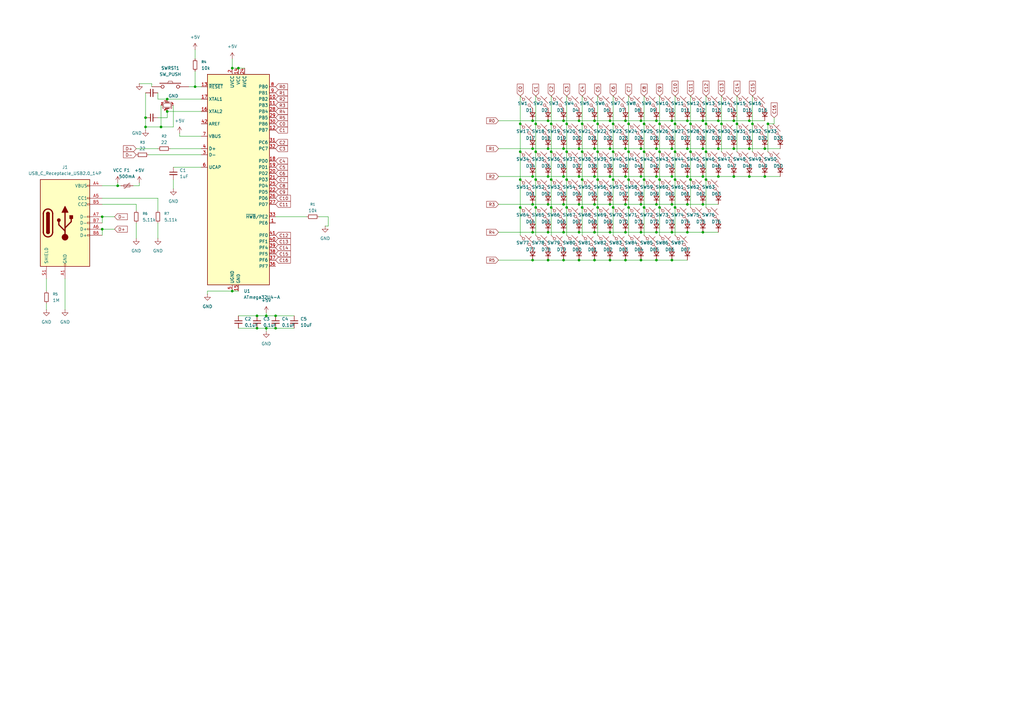
<source format=kicad_sch>
(kicad_sch (version 20250114) (generator "eeschema") (generator_version "9.0")
  (paper "A3")
  (junction (at 243.84 49.53))
  (junction (at 289.56 73.66))
  (junction (at 288.29 72.39))
  (junction (at 281.94 95.25))
  (junction (at 283.21 50.8))
  (junction (at 307.34 49.53))
  (junction (at 68.58 40.64))
  (junction (at 313.69 60.96))
  (junction (at 250.19 60.96))
  (junction (at 307.34 72.39))
  (junction (at 68.58 45.72))
  (junction (at 237.49 95.25))
  (junction (at 308.61 50.8))
  (junction (at 113.03 129.54))
  (junction (at 213.36 85.09))
  (junction (at 250.19 49.53))
  (junction (at 270.51 50.8))
  (junction (at 232.41 73.66))
  (junction (at 275.59 60.96))
  (junction (at 276.86 62.23))
  (junction (at 97.79 27.94))
  (junction (at 113.03 134.62))
  (junction (at 224.79 95.25))
  (junction (at 218.44 72.39))
  (junction (at 314.96 50.8))
  (junction (at 269.24 95.25))
  (junction (at 257.81 62.23))
  (junction (at 41.91 88.9))
  (junction (at 237.49 49.53))
  (junction (at 224.79 49.53))
  (junction (at 245.11 73.66))
  (junction (at 238.76 85.09))
  (junction (at 213.36 62.23))
  (junction (at 237.49 60.96))
  (junction (at 275.59 95.25))
  (junction (at 109.22 129.54))
  (junction (at 256.54 72.39))
  (junction (at 243.84 72.39))
  (junction (at 109.22 134.62))
  (junction (at 232.41 50.8))
  (junction (at 256.54 60.96))
  (junction (at 224.79 72.39))
  (junction (at 262.89 49.53))
  (junction (at 295.91 50.8))
  (junction (at 269.24 83.82))
  (junction (at 257.81 85.09))
  (junction (at 213.36 73.66))
  (junction (at 218.44 83.82))
  (junction (at 231.14 60.96))
  (junction (at 231.14 106.68))
  (junction (at 262.89 83.82))
  (junction (at 270.51 73.66))
  (junction (at 48.26 76.2))
  (junction (at 243.84 95.25))
  (junction (at 281.94 60.96))
  (junction (at 232.41 85.09))
  (junction (at 256.54 106.68))
  (junction (at 218.44 49.53))
  (junction (at 41.91 93.98))
  (junction (at 300.99 49.53))
  (junction (at 237.49 106.68))
  (junction (at 250.19 83.82))
  (junction (at 219.71 85.09))
  (junction (at 224.79 60.96))
  (junction (at 294.64 60.96))
  (junction (at 251.46 73.66))
  (junction (at 245.11 50.8))
  (junction (at 218.44 106.68))
  (junction (at 275.59 83.82))
  (junction (at 226.06 73.66))
  (junction (at 283.21 62.23))
  (junction (at 257.81 73.66))
  (junction (at 105.41 129.54))
  (junction (at 238.76 50.8))
  (junction (at 250.19 95.25))
  (junction (at 269.24 72.39))
  (junction (at 269.24 49.53))
  (junction (at 289.56 62.23))
  (junction (at 219.71 73.66))
  (junction (at 250.19 72.39))
  (junction (at 276.86 50.8))
  (junction (at 224.79 106.68))
  (junction (at 219.71 62.23))
  (junction (at 281.94 72.39))
  (junction (at 300.99 60.96))
  (junction (at 224.79 83.82))
  (junction (at 256.54 49.53))
  (junction (at 245.11 62.23))
  (junction (at 264.16 85.09))
  (junction (at 276.86 73.66))
  (junction (at 270.51 62.23))
  (junction (at 59.69 52.07))
  (junction (at 243.84 83.82))
  (junction (at 237.49 83.82))
  (junction (at 264.16 50.8))
  (junction (at 294.64 49.53))
  (junction (at 262.89 95.25))
  (junction (at 218.44 60.96))
  (junction (at 283.21 73.66))
  (junction (at 250.19 106.68))
  (junction (at 231.14 49.53))
  (junction (at 251.46 62.23))
  (junction (at 262.89 106.68))
  (junction (at 289.56 50.8))
  (junction (at 275.59 49.53))
  (junction (at 281.94 83.82))
  (junction (at 251.46 85.09))
  (junction (at 226.06 85.09))
  (junction (at 95.25 27.94))
  (junction (at 288.29 60.96))
  (junction (at 307.34 60.96))
  (junction (at 262.89 72.39))
  (junction (at 231.14 72.39))
  (junction (at 251.46 50.8))
  (junction (at 269.24 106.68))
  (junction (at 243.84 106.68))
  (junction (at 288.29 95.25))
  (junction (at 264.16 73.66))
  (junction (at 218.44 95.25))
  (junction (at 226.06 50.8))
  (junction (at 219.71 50.8))
  (junction (at 262.89 60.96))
  (junction (at 59.69 48.26))
  (junction (at 213.36 50.8))
  (junction (at 238.76 73.66))
  (junction (at 256.54 95.25))
  (junction (at 231.14 83.82))
  (junction (at 270.51 85.09))
  (junction (at 281.94 49.53))
  (junction (at 256.54 83.82))
  (junction (at 300.99 72.39))
  (junction (at 66.04 52.07))
  (junction (at 238.76 62.23))
  (junction (at 232.41 62.23))
  (junction (at 276.86 85.09))
  (junction (at 95.25 119.38))
  (junction (at 313.69 72.39))
  (junction (at 288.29 83.82))
  (junction (at 275.59 106.68))
  (junction (at 288.29 49.53))
  (junction (at 243.84 60.96))
  (junction (at 226.06 62.23))
  (junction (at 80.01 35.56))
  (junction (at 257.81 50.8))
  (junction (at 245.11 85.09))
  (junction (at 264.16 62.23))
  (junction (at 269.24 60.96))
  (junction (at 275.59 72.39))
  (junction (at 294.64 72.39))
  (junction (at 302.26 50.8))
  (junction (at 105.41 134.62))
  (junction (at 231.14 95.25))
  (junction (at 237.49 72.39))
  (wire (pts (xy 270.51 85.09) (xy 270.51 96.52)))
  (wire (pts (xy 276.86 73.66) (xy 276.86 85.09)))
  (wire (pts (xy 55.88 91.44) (xy 55.88 97.79)))
  (wire (pts (xy 300.99 72.39) (xy 307.34 72.39)))
  (wire (pts (xy 213.36 73.66) (xy 213.36 85.09)))
  (wire (pts (xy 109.22 129.54) (xy 113.03 129.54)))
  (wire (pts (xy 64.77 91.44) (xy 64.77 97.79)))
  (wire (pts (xy 55.88 86.36) (xy 55.88 83.82)))
  (wire (pts (xy 264.16 50.8) (xy 264.16 62.23)))
  (wire (pts (xy 281.94 95.25) (xy 288.29 95.25)))
  (wire (pts (xy 71.12 73.66) (xy 71.12 77.47)))
  (wire (pts (xy 213.36 39.37) (xy 213.36 50.8)))
  (wire (pts (xy 237.49 83.82) (xy 243.84 83.82)))
  (wire (pts (xy 288.29 49.53) (xy 294.64 49.53)))
  (wire (pts (xy 71.12 43.18) (xy 71.12 52.07)))
  (wire (pts (xy 97.79 27.94) (xy 100.33 27.94)))
  (wire (pts (xy 243.84 60.96) (xy 250.19 60.96)))
  (wire (pts (xy 256.54 72.39) (xy 262.89 72.39)))
  (wire (pts (xy 256.54 95.25) (xy 262.89 95.25)))
  (wire (pts (xy 276.86 85.09) (xy 276.86 96.52)))
  (wire (pts (xy 245.11 50.8) (xy 245.11 62.23)))
  (wire (pts (xy 80.01 29.21) (xy 80.01 35.56)))
  (wire (pts (xy 71.12 68.58) (xy 82.55 68.58)))
  (wire (pts (xy 134.62 88.9) (xy 130.81 88.9)))
  (wire (pts (xy 85.09 120.65) (xy 85.09 119.38)))
  (wire (pts (xy 251.46 85.09) (xy 251.46 96.52)))
  (wire (pts (xy 213.36 62.23) (xy 213.36 73.66)))
  (wire (pts (xy 64.77 81.28) (xy 64.77 86.36)))
  (wire (pts (xy 109.22 134.62) (xy 113.03 134.62)))
  (wire (pts (xy 245.11 85.09) (xy 245.11 96.52)))
  (wire (pts (xy 66.04 52.07) (xy 59.69 52.07)))
  (wire (pts (xy 64.77 40.64) (xy 64.77 38.1)))
  (wire (pts (xy 283.21 50.8) (xy 283.21 62.23)))
  (wire (pts (xy 262.89 60.96) (xy 269.24 60.96)))
  (wire (pts (xy 219.71 73.66) (xy 219.71 85.09)))
  (wire (pts (xy 41.91 88.9) (xy 46.99 88.9)))
  (wire (pts (xy 238.76 39.37) (xy 238.76 50.8)))
  (wire (pts (xy 41.91 76.2) (xy 48.26 76.2)))
  (wire (pts (xy 256.54 49.53) (xy 262.89 49.53)))
  (wire (pts (xy 231.14 72.39) (xy 237.49 72.39)))
  (wire (pts (xy 264.16 73.66) (xy 264.16 85.09)))
  (wire (pts (xy 288.29 83.82) (xy 294.64 83.82)))
  (wire (pts (xy 218.44 60.96) (xy 224.79 60.96)))
  (wire (pts (xy 250.19 95.25) (xy 256.54 95.25)))
  (wire (pts (xy 269.24 49.53) (xy 275.59 49.53)))
  (wire (pts (xy 80.01 35.56) (xy 82.55 35.56)))
  (wire (pts (xy 237.49 49.53) (xy 243.84 49.53)))
  (wire (pts (xy 68.58 40.64) (xy 64.77 40.64)))
  (wire (pts (xy 19.05 114.3) (xy 19.05 119.38)))
  (wire (pts (xy 313.69 60.96) (xy 320.04 60.96)))
  (wire (pts (xy 243.84 72.39) (xy 250.19 72.39)))
  (wire (pts (xy 232.41 50.8) (xy 232.41 62.23)))
  (wire (pts (xy 113.03 134.62) (xy 120.65 134.62)))
  (wire (pts (xy 275.59 60.96) (xy 281.94 60.96)))
  (wire (pts (xy 262.89 72.39) (xy 269.24 72.39)))
  (wire (pts (xy 26.67 114.3) (xy 26.67 127)))
  (wire (pts (xy 219.71 62.23) (xy 219.71 73.66)))
  (wire (pts (xy 59.69 48.26) (xy 59.69 52.07)))
  (wire (pts (xy 251.46 73.66) (xy 251.46 85.09)))
  (wire (pts (xy 289.56 62.23) (xy 289.56 73.66)))
  (wire (pts (xy 283.21 62.23) (xy 283.21 73.66)))
  (wire (pts (xy 288.29 95.25) (xy 294.64 95.25)))
  (wire (pts (xy 231.14 83.82) (xy 237.49 83.82)))
  (wire (pts (xy 257.81 85.09) (xy 257.81 96.52)))
  (wire (pts (xy 224.79 106.68) (xy 231.14 106.68)))
  (wire (pts (xy 69.85 60.96) (xy 82.55 60.96)))
  (wire (pts (xy 226.06 39.37) (xy 226.06 50.8)))
  (wire (pts (xy 270.51 62.23) (xy 270.51 73.66)))
  (wire (pts (xy 243.84 95.25) (xy 250.19 95.25)))
  (wire (pts (xy 113.03 129.54) (xy 120.65 129.54)))
  (wire (pts (xy 251.46 39.37) (xy 251.46 50.8)))
  (wire (pts (xy 308.61 39.37) (xy 308.61 50.8)))
  (wire (pts (xy 105.41 129.54) (xy 109.22 129.54)))
  (wire (pts (xy 276.86 50.8) (xy 276.86 62.23)))
  (wire (pts (xy 231.14 60.96) (xy 237.49 60.96)))
  (wire (pts (xy 224.79 83.82) (xy 231.14 83.82)))
  (wire (pts (xy 257.81 39.37) (xy 257.81 50.8)))
  (wire (pts (xy 275.59 95.25) (xy 281.94 95.25)))
  (wire (pts (xy 85.09 119.38) (xy 95.25 119.38)))
  (wire (pts (xy 257.81 73.66) (xy 257.81 85.09)))
  (wire (pts (xy 134.62 88.9) (xy 134.62 92.71)))
  (wire (pts (xy 276.86 62.23) (xy 276.86 73.66)))
  (wire (pts (xy 264.16 39.37) (xy 264.16 50.8)))
  (wire (pts (xy 283.21 39.37) (xy 283.21 50.8)))
  (wire (pts (xy 281.94 60.96) (xy 288.29 60.96)))
  (wire (pts (xy 262.89 95.25) (xy 269.24 95.25)))
  (wire (pts (xy 19.05 124.46) (xy 19.05 127)))
  (wire (pts (xy 213.36 50.8) (xy 213.36 62.23)))
  (wire (pts (xy 269.24 60.96) (xy 275.59 60.96)))
  (wire (pts (xy 276.86 39.37) (xy 276.86 50.8)))
  (wire (pts (xy 218.44 106.68) (xy 224.79 106.68)))
  (wire (pts (xy 224.79 72.39) (xy 231.14 72.39)))
  (wire (pts (xy 256.54 83.82) (xy 262.89 83.82)))
  (wire (pts (xy 295.91 50.8) (xy 295.91 62.23)))
  (wire (pts (xy 134.62 92.71) (xy 133.35 92.71)))
  (wire (pts (xy 204.47 49.53) (xy 218.44 49.53)))
  (wire (pts (xy 105.41 134.62) (xy 109.22 134.62)))
  (wire (pts (xy 218.44 49.53) (xy 224.79 49.53)))
  (wire (pts (xy 269.24 95.25) (xy 275.59 95.25)))
  (wire (pts (xy 204.47 72.39) (xy 218.44 72.39)))
  (wire (pts (xy 48.26 76.2) (xy 48.26 74.93)))
  (wire (pts (xy 41.91 93.98) (xy 41.91 96.52)))
  (wire (pts (xy 256.54 60.96) (xy 262.89 60.96)))
  (wire (pts (xy 109.22 128.27) (xy 109.22 129.54)))
  (wire (pts (xy 226.06 62.23) (xy 226.06 73.66)))
  (wire (pts (xy 264.16 85.09) (xy 264.16 96.52)))
  (wire (pts (xy 41.91 93.98) (xy 46.99 93.98)))
  (wire (pts (xy 270.51 39.37) (xy 270.51 50.8)))
  (wire (pts (xy 68.58 40.64) (xy 82.55 40.64)))
  (wire (pts (xy 300.99 60.96) (xy 307.34 60.96)))
  (wire (pts (xy 204.47 95.25) (xy 218.44 95.25)))
  (wire (pts (xy 275.59 49.53) (xy 281.94 49.53)))
  (wire (pts (xy 289.56 50.8) (xy 289.56 62.23)))
  (wire (pts (xy 238.76 85.09) (xy 238.76 96.52)))
  (wire (pts (xy 54.61 76.2) (xy 57.15 76.2)))
  (wire (pts (xy 238.76 62.23) (xy 238.76 73.66)))
  (wire (pts (xy 313.69 72.39) (xy 320.04 72.39)))
  (wire (pts (xy 307.34 49.53) (xy 313.69 49.53)))
  (wire (pts (xy 218.44 83.82) (xy 224.79 83.82)))
  (wire (pts (xy 97.79 134.62) (xy 105.41 134.62)))
  (wire (pts (xy 270.51 50.8) (xy 270.51 62.23)))
  (wire (pts (xy 270.51 73.66) (xy 270.51 85.09)))
  (wire (pts (xy 308.61 50.8) (xy 308.61 62.23)))
  (wire (pts (xy 109.22 134.62) (xy 109.22 135.89)))
  (wire (pts (xy 237.49 95.25) (xy 243.84 95.25)))
  (wire (pts (xy 71.12 52.07) (xy 66.04 52.07)))
  (wire (pts (xy 224.79 60.96) (xy 231.14 60.96)))
  (wire (pts (xy 62.23 35.56) (xy 62.23 34.29)))
  (wire (pts (xy 275.59 106.68) (xy 281.94 106.68)))
  (wire (pts (xy 57.15 76.2) (xy 57.15 74.93)))
  (wire (pts (xy 262.89 49.53) (xy 269.24 49.53)))
  (wire (pts (xy 231.14 106.68) (xy 237.49 106.68)))
  (wire (pts (xy 264.16 62.23) (xy 264.16 73.66)))
  (wire (pts (xy 307.34 72.39) (xy 313.69 72.39)))
  (wire (pts (xy 59.69 38.1) (xy 59.69 48.26)))
  (wire (pts (xy 226.06 73.66) (xy 226.06 85.09)))
  (wire (pts (xy 250.19 72.39) (xy 256.54 72.39)))
  (wire (pts (xy 97.79 129.54) (xy 105.41 129.54)))
  (wire (pts (xy 77.47 35.56) (xy 80.01 35.56)))
  (wire (pts (xy 243.84 83.82) (xy 250.19 83.82)))
  (wire (pts (xy 283.21 73.66) (xy 283.21 85.09)))
  (wire (pts (xy 250.19 106.68) (xy 256.54 106.68)))
  (wire (pts (xy 68.58 45.72) (xy 82.55 45.72)))
  (wire (pts (xy 281.94 72.39) (xy 288.29 72.39)))
  (wire (pts (xy 66.04 43.18) (xy 66.04 52.07)))
  (wire (pts (xy 224.79 49.53) (xy 231.14 49.53)))
  (wire (pts (xy 73.66 55.88) (xy 73.66 54.61)))
  (wire (pts (xy 314.96 50.8) (xy 314.96 62.23)))
  (wire (pts (xy 55.88 60.96) (xy 64.77 60.96)))
  (wire (pts (xy 314.96 50.8) (xy 317.5 50.8)))
  (wire (pts (xy 243.84 106.68) (xy 250.19 106.68)))
  (wire (pts (xy 281.94 49.53) (xy 288.29 49.53)))
  (wire (pts (xy 204.47 83.82) (xy 218.44 83.82)))
  (wire (pts (xy 289.56 39.37) (xy 289.56 50.8)))
  (wire (pts (xy 231.14 95.25) (xy 237.49 95.25)))
  (wire (pts (xy 275.59 72.39) (xy 281.94 72.39)))
  (wire (pts (xy 289.56 73.66) (xy 289.56 85.09)))
  (wire (pts (xy 294.64 72.39) (xy 300.99 72.39)))
  (wire (pts (xy 68.58 45.72) (xy 68.58 48.26)))
  (wire (pts (xy 257.81 50.8) (xy 257.81 62.23)))
  (wire (pts (xy 231.14 49.53) (xy 237.49 49.53)))
  (wire (pts (xy 245.11 73.66) (xy 245.11 85.09)))
  (wire (pts (xy 238.76 73.66) (xy 238.76 85.09)))
  (wire (pts (xy 213.36 85.09) (xy 213.36 96.52)))
  (wire (pts (xy 226.06 50.8) (xy 226.06 62.23)))
  (wire (pts (xy 288.29 72.39) (xy 294.64 72.39)))
  (wire (pts (xy 204.47 60.96) (xy 218.44 60.96)))
  (wire (pts (xy 256.54 106.68) (xy 262.89 106.68)))
  (wire (pts (xy 294.64 49.53) (xy 300.99 49.53)))
  (wire (pts (xy 218.44 95.25) (xy 224.79 95.25)))
  (wire (pts (xy 68.58 48.26) (xy 64.77 48.26)))
  (wire (pts (xy 281.94 83.82) (xy 288.29 83.82)))
  (wire (pts (xy 55.88 83.82) (xy 41.91 83.82)))
  (wire (pts (xy 226.06 85.09) (xy 226.06 96.52)))
  (wire (pts (xy 269.24 72.39) (xy 275.59 72.39)))
  (wire (pts (xy 95.25 24.13) (xy 95.25 27.94)))
  (wire (pts (xy 237.49 60.96) (xy 243.84 60.96)))
  (wire (pts (xy 224.79 95.25) (xy 231.14 95.25)))
  (wire (pts (xy 237.49 106.68) (xy 243.84 106.68)))
  (wire (pts (xy 245.11 39.37) (xy 245.11 50.8)))
  (wire (pts (xy 232.41 39.37) (xy 232.41 50.8)))
  (wire (pts (xy 269.24 83.82) (xy 275.59 83.82)))
  (wire (pts (xy 317.5 50.8) (xy 317.5 48.26)))
  (wire (pts (xy 257.81 62.23) (xy 257.81 73.66)))
  (wire (pts (xy 302.26 62.23) (xy 302.26 50.8)))
  (wire (pts (xy 275.59 83.82) (xy 281.94 83.82)))
  (wire (pts (xy 113.03 88.9) (xy 125.73 88.9)))
  (wire (pts (xy 41.91 88.9) (xy 41.91 91.44)))
  (wire (pts (xy 219.71 50.8) (xy 219.71 62.23)))
  (wire (pts (xy 59.69 53.34) (xy 59.69 52.07)))
  (wire (pts (xy 288.29 60.96) (xy 294.64 60.96)))
  (wire (pts (xy 250.19 49.53) (xy 256.54 49.53)))
  (wire (pts (xy 294.64 60.96) (xy 300.99 60.96)))
  (wire (pts (xy 269.24 106.68) (xy 275.59 106.68)))
  (wire (pts (xy 250.19 83.82) (xy 256.54 83.82)))
  (wire (pts (xy 41.91 81.28) (xy 64.77 81.28)))
  (wire (pts (xy 95.25 27.94) (xy 97.79 27.94)))
  (wire (pts (xy 243.84 49.53) (xy 250.19 49.53)))
  (wire (pts (xy 219.71 85.09) (xy 219.71 96.52)))
  (wire (pts (xy 302.26 50.8) (xy 302.26 39.37)))
  (wire (pts (xy 48.26 76.2) (xy 49.53 76.2)))
  (wire (pts (xy 262.89 83.82) (xy 269.24 83.82)))
  (wire (pts (xy 238.76 50.8) (xy 238.76 62.23)))
  (wire (pts (xy 237.49 72.39) (xy 243.84 72.39)))
  (wire (pts (xy 262.89 106.68) (xy 269.24 106.68)))
  (wire (pts (xy 232.41 85.09) (xy 232.41 96.52)))
  (wire (pts (xy 232.41 62.23) (xy 232.41 73.66)))
  (wire (pts (xy 232.41 73.66) (xy 232.41 85.09)))
  (wire (pts (xy 250.19 60.96) (xy 256.54 60.96)))
  (wire (pts (xy 218.44 72.39) (xy 224.79 72.39)))
  (wire (pts (xy 204.47 106.68) (xy 218.44 106.68)))
  (wire (pts (xy 245.11 62.23) (xy 245.11 73.66)))
  (wire (pts (xy 219.71 39.37) (xy 219.71 50.8)))
  (wire (pts (xy 60.96 63.5) (xy 82.55 63.5)))
  (wire (pts (xy 251.46 62.23) (xy 251.46 73.66)))
  (wire (pts (xy 300.99 49.53) (xy 307.34 49.53)))
  (wire (pts (xy 251.46 50.8) (xy 251.46 62.23)))
  (wire (pts (xy 295.91 39.37) (xy 295.91 50.8)))
  (wire (pts (xy 62.23 34.29) (xy 57.15 34.29)))
  (wire (pts (xy 307.34 60.96) (xy 313.69 60.96)))
  (wire (pts (xy 80.01 20.32) (xy 80.01 24.13)))
  (wire (pts (xy 82.55 55.88) (xy 73.66 55.88)))
  (wire (pts (xy 95.25 119.38) (xy 97.79 119.38)))
  (global_label "C6" (shape input) (at 251.46 39.37 90) (property "Intersheetrefs" "${INTERSHEET_REFS}" (effects (hide yes))))
  (global_label "R3" (shape input) (at 204.47 83.82 180) (property "Intersheetrefs" "${INTERSHEET_REFS}" (effects (hide yes))))
  (global_label "C12" (shape input) (at 289.56 39.37 90) (property "Intersheetrefs" "${INTERSHEET_REFS}" (effects (hide yes))))
  (global_label "C0" (shape input) (at 113.03 50.8 0) (property "Intersheetrefs" "${INTERSHEET_REFS}" (effects (hide yes))))
  (global_label "R0" (shape input) (at 113.03 35.56 0) (property "Intersheetrefs" "${INTERSHEET_REFS}" (effects (hide yes))))
  (global_label "R2" (shape input) (at 204.47 72.39 180) (property "Intersheetrefs" "${INTERSHEET_REFS}" (effects (hide yes))))
  (global_label "C8" (shape input) (at 113.03 76.2 0) (property "Intersheetrefs" "${INTERSHEET_REFS}" (effects (hide yes))))
  (global_label "C10" (shape input) (at 276.86 39.37 90) (property "Intersheetrefs" "${INTERSHEET_REFS}" (effects (hide yes))))
  (global_label "C15" (shape input) (at 113.03 104.14 0) (property "Intersheetrefs" "${INTERSHEET_REFS}" (effects (hide yes))))
  (global_label "C5" (shape input) (at 245.11 39.37 90) (property "Intersheetrefs" "${INTERSHEET_REFS}" (effects (hide yes))))
  (global_label "R3" (shape input) (at 113.03 43.18 0) (property "Intersheetrefs" "${INTERSHEET_REFS}" (effects (hide yes))))
  (global_label "C2" (shape input) (at 113.03 58.42 0) (property "Intersheetrefs" "${INTERSHEET_REFS}" (effects (hide yes))))
  (global_label "R0" (shape input) (at 204.47 49.53 180) (property "Intersheetrefs" "${INTERSHEET_REFS}" (effects (hide yes))))
  (global_label "C13" (shape input) (at 113.03 99.06 0) (property "Intersheetrefs" "${INTERSHEET_REFS}" (effects (hide yes))))
  (global_label "R5" (shape input) (at 113.03 48.26 0) (property "Intersheetrefs" "${INTERSHEET_REFS}" (effects (hide yes))))
  (global_label "C4" (shape input) (at 113.03 66.04 0) (property "Intersheetrefs" "${INTERSHEET_REFS}" (effects (hide yes))))
  (global_label "C13" (shape input) (at 295.91 39.37 90) (property "Intersheetrefs" "${INTERSHEET_REFS}" (effects (hide yes))))
  (global_label "C10" (shape input) (at 113.03 81.28 0) (property "Intersheetrefs" "${INTERSHEET_REFS}" (effects (hide yes))))
  (global_label "C14" (shape input) (at 302.26 39.37 90) (property "Intersheetrefs" "${INTERSHEET_REFS}" (effects (hide yes))))
  (global_label "C9" (shape input) (at 113.03 78.74 0) (property "Intersheetrefs" "${INTERSHEET_REFS}" (effects (hide yes))))
  (global_label "C5" (shape input) (at 113.03 68.58 0) (property "Intersheetrefs" "${INTERSHEET_REFS}" (effects (hide yes))))
  (global_label "C11" (shape input) (at 283.21 39.37 90) (property "Intersheetrefs" "${INTERSHEET_REFS}" (effects (hide yes))))
  (global_label "R4" (shape input) (at 204.47 95.25 180) (property "Intersheetrefs" "${INTERSHEET_REFS}" (effects (hide yes))))
  (global_label "C14" (shape input) (at 113.03 101.6 0) (property "Intersheetrefs" "${INTERSHEET_REFS}" (effects (hide yes))))
  (global_label "C16" (shape input) (at 317.5 48.26 90) (property "Intersheetrefs" "${INTERSHEET_REFS}" (effects (hide yes))))
  (global_label "D+" (shape input) (at 46.99 93.98 0) (property "Intersheetrefs" "${INTERSHEET_REFS}" (effects (hide yes))))
  (global_label "C1" (shape input) (at 219.71 39.37 90) (property "Intersheetrefs" "${INTERSHEET_REFS}" (effects (hide yes))))
  (global_label "R1" (shape input) (at 204.47 60.96 180) (property "Intersheetrefs" "${INTERSHEET_REFS}" (effects (hide yes))))
  (global_label "C12" (shape input) (at 113.03 96.52 0) (property "Intersheetrefs" "${INTERSHEET_REFS}" (effects (hide yes))))
  (global_label "D+" (shape input) (at 55.88 60.96 180) (property "Intersheetrefs" "${INTERSHEET_REFS}" (effects (hide yes))))
  (global_label "R5" (shape input) (at 204.47 106.68 180) (property "Intersheetrefs" "${INTERSHEET_REFS}" (effects (hide yes))))
  (global_label "D-" (shape input) (at 46.99 88.9 0) (property "Intersheetrefs" "${INTERSHEET_REFS}" (effects (hide yes))))
  (global_label "C0" (shape input) (at 213.36 39.37 90) (property "Intersheetrefs" "${INTERSHEET_REFS}" (effects (hide yes))))
  (global_label "C16" (shape input) (at 113.03 106.68 0) (property "Intersheetrefs" "${INTERSHEET_REFS}" (effects (hide yes))))
  (global_label "C11" (shape input) (at 113.03 83.82 0) (property "Intersheetrefs" "${INTERSHEET_REFS}" (effects (hide yes))))
  (global_label "C8" (shape input) (at 264.16 39.37 90) (property "Intersheetrefs" "${INTERSHEET_REFS}" (effects (hide yes))))
  (global_label "C3" (shape input) (at 232.41 39.37 90) (property "Intersheetrefs" "${INTERSHEET_REFS}" (effects (hide yes))))
  (global_label "C3" (shape input) (at 113.03 60.96 0) (property "Intersheetrefs" "${INTERSHEET_REFS}" (effects (hide yes))))
  (global_label "C15" (shape input) (at 308.61 39.37 90) (property "Intersheetrefs" "${INTERSHEET_REFS}" (effects (hide yes))))
  (global_label "D-" (shape input) (at 55.88 63.5 180) (property "Intersheetrefs" "${INTERSHEET_REFS}" (effects (hide yes))))
  (global_label "C1" (shape input) (at 113.03 53.34 0) (property "Intersheetrefs" "${INTERSHEET_REFS}" (effects (hide yes))))
  (global_label "C2" (shape input) (at 226.06 39.37 90) (property "Intersheetrefs" "${INTERSHEET_REFS}" (effects (hide yes))))
  (global_label "C6" (shape input) (at 113.03 71.12 0) (property "Intersheetrefs" "${INTERSHEET_REFS}" (effects (hide yes))))
  (global_label "C9" (shape input) (at 270.51 39.37 90) (property "Intersheetrefs" "${INTERSHEET_REFS}" (effects (hide yes))))
  (global_label "R2" (shape input) (at 113.03 40.64 0) (property "Intersheetrefs" "${INTERSHEET_REFS}" (effects (hide yes))))
  (global_label "C7" (shape input) (at 113.03 73.66 0) (property "Intersheetrefs" "${INTERSHEET_REFS}" (effects (hide yes))))
  (global_label "R4" (shape input) (at 113.03 45.72 0) (property "Intersheetrefs" "${INTERSHEET_REFS}" (effects (hide yes))))
  (global_label "R1" (shape input) (at 113.03 38.1 0) (property "Intersheetrefs" "${INTERSHEET_REFS}" (effects (hide yes))))
  (global_label "C7" (shape input) (at 257.81 39.37 90) (property "Intersheetrefs" "${INTERSHEET_REFS}" (effects (hide yes))))
  (global_label "C4" (shape input) (at 238.76 39.37 90) (property "Intersheetrefs" "${INTERSHEET_REFS}" (effects (hide yes))))
  (symbol (lib_id "Switch:SW_Push_45deg") (at 260.35 76.2 0) (unit 1)
    (property "Reference" "SW58" (at 258.826 76.708 0))
    (property "Value" "SW_Push_45deg" (effects (hide yes)))
    (property "Footprint" "PCM_Switch_Keyboard_Hybrid:SW_Hybrid_Cherry_MX_Alps" (effects (hide yes)))
    (property "Description" "Push button switch, normally open, two pins, 45° tilted" (effects (hide yes)))
  )
  (symbol (lib_id "Switch:SW_Push_45deg") (at 298.45 41.91 0) (unit 1)
    (property "Reference" "SW14" (at 296.926 42.418 0))
    (property "Value" "SW_Push_45deg" (effects (hide yes)))
    (property "Footprint" "PCM_Switch_Keyboard_Hybrid:SW_Hybrid_Cherry_MX_Alps" (effects (hide yes)))
    (property "Description" "Push button switch, normally open, two pins, 45° tilted" (effects (hide yes)))
  )
  (symbol (lib_id "Device:D_Small") (at 281.94 81.28 90) (unit 1)
    (property "Reference" "D61" (at 279.146 79.502 90) (effects (justify right)))
    (property "Value" "D_Small" (effects (hide yes)))
    (property "Footprint" "Diode_SMD:D_0603_1608Metric_Pad1.05x0.95mm_HandSolder" (effects (hide yes)))
    (property "Description" "Diode, small symbol" (effects (hide yes)))
    (property "Sim.Device" "D" (effects (hide yes)))
    (property "Sim.Pins" "1=K 2=A" (effects (hide yes)))
  )
  (symbol (lib_id "Switch:SW_Push_45deg") (at 241.3 41.91 0) (unit 1)
    (property "Reference" "SW5" (at 239.776 42.418 0))
    (property "Value" "SW_Push_45deg" (effects (hide yes)))
    (property "Footprint" "PCM_Switch_Keyboard_Hybrid:SW_Hybrid_Cherry_MX_Alps" (effects (hide yes)))
    (property "Description" "Push button switch, normally open, two pins, 45° tilted" (effects (hide yes)))
  )
  (symbol (lib_id "Device:D_Small") (at 313.69 58.42 90) (unit 1)
    (property "Reference" "D32" (at 310.896 56.642 90) (effects (justify right)))
    (property "Value" "D_Small" (effects (hide yes)))
    (property "Footprint" "Diode_SMD:D_0603_1608Metric_Pad1.05x0.95mm_HandSolder" (effects (hide yes)))
    (property "Description" "Diode, small symbol" (effects (hide yes)))
    (property "Sim.Device" "D" (effects (hide yes)))
    (property "Sim.Pins" "1=K 2=A" (effects (hide yes)))
  )
  (symbol (lib_id "Device:D_Small") (at 237.49 46.99 90) (unit 1)
    (property "Reference" "D4" (at 234.696 45.212 90) (effects (justify right)))
    (property "Value" "D_Small" (effects (hide yes)))
    (property "Footprint" "Diode_SMD:D_0603_1608Metric_Pad1.05x0.95mm_HandSolder" (effects (hide yes)))
    (property "Description" "Diode, small symbol" (effects (hide yes)))
    (property "Sim.Device" "D" (effects (hide yes)))
    (property "Sim.Pins" "1=K 2=A" (effects (hide yes)))
  )
  (symbol (lib_id "Switch:SW_Push_45deg") (at 260.35 41.91 0) (unit 1)
    (property "Reference" "SW8" (at 258.826 42.418 0))
    (property "Value" "SW_Push_45deg" (effects (hide yes)))
    (property "Footprint" "PCM_Switch_Keyboard_Hybrid:SW_Hybrid_Cherry_MX_Alps" (effects (hide yes)))
    (property "Description" "Push button switch, normally open, two pins, 45° tilted" (effects (hide yes)))
  )
  (symbol (lib_id "Switch:SW_Push_45deg") (at 228.6 53.34 0) (unit 1)
    (property "Reference" "SW19" (at 227.076 53.848 0))
    (property "Value" "SW_Push_45deg" (effects (hide yes)))
    (property "Footprint" "PCM_Switch_Keyboard_Hybrid:SW_Hybrid_Cherry_MX_Alps" (effects (hide yes)))
    (property "Description" "Push button switch, normally open, two pins, 45° tilted" (effects (hide yes)))
  )
  (symbol (lib_id "power:+5V") (at 80.01 20.32 0) (unit 1)
    (property "Reference" "#PWR010" (effects (hide yes)))
    (property "Value" "+5V" (at 80.01 15.24 0))
    (property "Description" "Power symbol creates a global label with name \"+5V\"" (effects (hide yes)))
  )
  (symbol (lib_id "Switch:SW_Push_45deg") (at 266.7 99.06 0) (unit 1)
    (property "Reference" "SW85" (at 265.176 99.568 0))
    (property "Value" "SW_Push_45deg" (effects (hide yes)))
    (property "Footprint" "PCM_Switch_Keyboard_Hybrid:SW_Hybrid_Cherry_MX_Alps" (effects (hide yes)))
    (property "Description" "Push button switch, normally open, two pins, 45° tilted" (effects (hide yes)))
  )
  (symbol (lib_id "Switch:SW_Push_45deg") (at 266.7 64.77 0) (unit 1)
    (property "Reference" "SW42" (at 265.176 65.278 0))
    (property "Value" "SW_Push_45deg" (effects (hide yes)))
    (property "Footprint" "PCM_Switch_Keyboard_Hybrid:SW_Hybrid_Cherry_MX_Alps" (effects (hide yes)))
    (property "Description" "Push button switch, normally open, two pins, 45° tilted" (effects (hide yes)))
  )
  (symbol (lib_id "Device:D_Small") (at 269.24 58.42 90) (unit 1)
    (property "Reference" "D25" (at 266.446 56.642 90) (effects (justify right)))
    (property "Value" "D_Small" (effects (hide yes)))
    (property "Footprint" "Diode_SMD:D_0603_1608Metric_Pad1.05x0.95mm_HandSolder" (effects (hide yes)))
    (property "Description" "Diode, small symbol" (effects (hide yes)))
    (property "Sim.Device" "D" (effects (hide yes)))
    (property "Sim.Pins" "1=K 2=A" (effects (hide yes)))
  )
  (symbol (lib_id "Switch:SW_Push_45deg") (at 215.9 53.34 0) (unit 1)
    (property "Reference" "SW17" (at 214.376 53.848 0))
    (property "Value" "SW_Push_45deg" (effects (hide yes)))
    (property "Footprint" "PCM_Switch_Keyboard_Hybrid:SW_Hybrid_Cherry_MX_Alps" (effects (hide yes)))
    (property "Description" "Push button switch, normally open, two pins, 45° tilted" (effects (hide yes)))
  )
  (symbol (lib_id "Device:C_Small") (at 120.65 132.08 0) (unit 1)
    (property "Reference" "C5" (at 123.19 130.8162 0) (effects (justify left)))
    (property "Value" "10uF" (at 123.19 133.3562 0) (effects (justify left)))
    (property "Footprint" "Capacitor_SMD:C_0201_0603Metric_Pad0.64x0.40mm_HandSolder" (effects (hide yes)))
    (property "Description" "Unpolarized capacitor, small symbol" (effects (hide yes)))
  )
  (symbol (lib_id "Device:D_Small") (at 294.64 46.99 90) (unit 1)
    (property "Reference" "D13" (at 291.846 45.212 90) (effects (justify right)))
    (property "Value" "D_Small" (effects (hide yes)))
    (property "Footprint" "Diode_SMD:D_0603_1608Metric_Pad1.05x0.95mm_HandSolder" (effects (hide yes)))
    (property "Description" "Diode, small symbol" (effects (hide yes)))
    (property "Sim.Device" "D" (effects (hide yes)))
    (property "Sim.Pins" "1=K 2=A" (effects (hide yes)))
  )
  (symbol (lib_id "Device:D_Small") (at 231.14 92.71 90) (unit 1)
    (property "Reference" "D66" (at 228.346 90.932 90) (effects (justify right)))
    (property "Value" "D_Small" (effects (hide yes)))
    (property "Footprint" "Diode_SMD:D_0603_1608Metric_Pad1.05x0.95mm_HandSolder" (effects (hide yes)))
    (property "Description" "Diode, small symbol" (effects (hide yes)))
    (property "Sim.Device" "D" (effects (hide yes)))
    (property "Sim.Pins" "1=K 2=A" (effects (hide yes)))
  )
  (symbol (lib_id "Device:D_Small") (at 243.84 92.71 90) (unit 1)
    (property "Reference" "D68" (at 241.046 90.932 90) (effects (justify right)))
    (property "Value" "D_Small" (effects (hide yes)))
    (property "Footprint" "Diode_SMD:D_0603_1608Metric_Pad1.05x0.95mm_HandSolder" (effects (hide yes)))
    (property "Description" "Diode, small symbol" (effects (hide yes)))
    (property "Sim.Device" "D" (effects (hide yes)))
    (property "Sim.Pins" "1=K 2=A" (effects (hide yes)))
  )
  (symbol (lib_id "Switch:SW_Push_45deg") (at 311.15 53.34 0) (unit 1)
    (property "Reference" "SW32" (at 309.626 53.848 0))
    (property "Value" "SW_Push_45deg" (effects (hide yes)))
    (property "Footprint" "PCM_Switch_Keyboard_Hybrid:SW_Hybrid_Cherry_MX_Alps" (effects (hide yes)))
    (property "Description" "Push button switch, normally open, two pins, 45° tilted" (effects (hide yes)))
  )
  (symbol (lib_id "Switch:SW_Push_45deg") (at 247.65 76.2 0) (unit 1)
    (property "Reference" "SW56" (at 246.126 76.708 0))
    (property "Value" "SW_Push_45deg" (effects (hide yes)))
    (property "Footprint" "PCM_Switch_Keyboard_Hybrid:SW_Hybrid_Cherry_MX_Alps" (effects (hide yes)))
    (property "Description" "Push button switch, normally open, two pins, 45° tilted" (effects (hide yes)))
  )
  (symbol (lib_id "Device:D_Small") (at 237.49 92.71 90) (unit 1)
    (property "Reference" "D67" (at 234.696 90.932 90) (effects (justify right)))
    (property "Value" "D_Small" (effects (hide yes)))
    (property "Footprint" "Diode_SMD:D_0603_1608Metric_Pad1.05x0.95mm_HandSolder" (effects (hide yes)))
    (property "Description" "Diode, small symbol" (effects (hide yes)))
    (property "Sim.Device" "D" (effects (hide yes)))
    (property "Sim.Pins" "1=K 2=A" (effects (hide yes)))
  )
  (symbol (lib_id "Switch:SW_Push_45deg") (at 273.05 64.77 0) (unit 1)
    (property "Reference" "SW43" (at 271.526 65.278 0))
    (property "Value" "SW_Push_45deg" (effects (hide yes)))
    (property "Footprint" "PCM_Switch_Keyboard_Hybrid:SW_Hybrid_Cherry_MX_Alps" (effects (hide yes)))
    (property "Description" "Push button switch, normally open, two pins, 45° tilted" (effects (hide yes)))
  )
  (symbol (lib_id "Device:D_Small") (at 256.54 92.71 90) (unit 1)
    (property "Reference" "D70" (at 253.746 90.932 90) (effects (justify right)))
    (property "Value" "D_Small" (effects (hide yes)))
    (property "Footprint" "Diode_SMD:D_0603_1608Metric_Pad1.05x0.95mm_HandSolder" (effects (hide yes)))
    (property "Description" "Diode, small symbol" (effects (hide yes)))
    (property "Sim.Device" "D" (effects (hide yes)))
    (property "Sim.Pins" "1=K 2=A" (effects (hide yes)))
  )
  (symbol (lib_id "Switch:SW_Push_45deg") (at 273.05 99.06 0) (unit 1)
    (property "Reference" "SW86" (at 271.526 99.568 0))
    (property "Value" "SW_Push_45deg" (effects (hide yes)))
    (property "Footprint" "PCM_Switch_Keyboard_Hybrid:SW_Hybrid_Cherry_MX_Alps" (effects (hide yes)))
    (property "Description" "Push button switch, normally open, two pins, 45° tilted" (effects (hide yes)))
  )
  (symbol (lib_id "Device:D_Small") (at 224.79 58.42 90) (unit 1)
    (property "Reference" "D18" (at 221.996 56.642 90) (effects (justify right)))
    (property "Value" "D_Small" (effects (hide yes)))
    (property "Footprint" "Diode_SMD:D_0603_1608Metric_Pad1.05x0.95mm_HandSolder" (effects (hide yes)))
    (property "Description" "Diode, small symbol" (effects (hide yes)))
    (property "Sim.Device" "D" (effects (hide yes)))
    (property "Sim.Pins" "1=K 2=A" (effects (hide yes)))
  )
  (symbol (lib_id "Device:D_Small") (at 262.89 104.14 90) (unit 1)
    (property "Reference" "D84" (at 260.096 102.362 90) (effects (justify right)))
    (property "Value" "D_Small" (effects (hide yes)))
    (property "Footprint" "Diode_SMD:D_0603_1608Metric_Pad1.05x0.95mm_HandSolder" (effects (hide yes)))
    (property "Description" "Diode, small symbol" (effects (hide yes)))
    (property "Sim.Device" "D" (effects (hide yes)))
    (property "Sim.Pins" "1=K 2=A" (effects (hide yes)))
  )
  (symbol (lib_id "Device:D_Small") (at 269.24 104.14 90) (unit 1)
    (property "Reference" "D85" (at 266.446 102.362 90) (effects (justify right)))
    (property "Value" "D_Small" (effects (hide yes)))
    (property "Footprint" "Diode_SMD:D_0603_1608Metric_Pad1.05x0.95mm_HandSolder" (effects (hide yes)))
    (property "Description" "Diode, small symbol" (effects (hide yes)))
    (property "Sim.Device" "D" (effects (hide yes)))
    (property "Sim.Pins" "1=K 2=A" (effects (hide yes)))
  )
  (symbol (lib_id "Device:R_Small") (at 80.01 26.67 0) (unit 1)
    (property "Reference" "R4" (at 82.55 25.3999 0) (effects (font (size 1.016 1.016)) (justify left)))
    (property "Value" "10k" (at 82.55 27.9399 0) (effects (justify left)))
    (property "Footprint" "Resistor_SMD:R_0201_0603Metric_Pad0.64x0.40mm_HandSolder" (effects (hide yes)))
    (property "Description" "Resistor, small symbol" (effects (hide yes)))
  )
  (symbol (lib_id "Switch:SW_Push_45deg") (at 317.5 53.34 0) (unit 1)
    (property "Reference" "SW33" (at 315.976 53.848 0))
    (property "Value" "SW_Push_45deg" (effects (hide yes)))
    (property "Footprint" "PCM_Switch_Keyboard_Hybrid:SW_Hybrid_Cherry_MX_Alps" (effects (hide yes)))
    (property "Description" "Push button switch, normally open, two pins, 45° tilted" (effects (hide yes)))
  )
  (symbol (lib_id "power:GND") (at 55.88 97.79 0) (unit 1)
    (property "Reference" "#PWR013" (effects (hide yes)))
    (property "Value" "GND" (at 55.88 102.87 0))
    (property "Description" "Power symbol creates a global label with name \"GND\" , ground" (effects (hide yes)))
  )
  (symbol (lib_id "Switch:SW_Push_45deg") (at 241.3 53.34 0) (unit 1)
    (property "Reference" "SW21" (at 239.776 53.848 0))
    (property "Value" "SW_Push_45deg" (effects (hide yes)))
    (property "Footprint" "PCM_Switch_Keyboard_Hybrid:SW_Hybrid_Cherry_MX_Alps" (effects (hide yes)))
    (property "Description" "Push button switch, normally open, two pins, 45° tilted" (effects (hide yes)))
  )
  (symbol (lib_id "keyboard_parts:SW_PUSH") (at 69.85 35.56 0) (unit 1)
    (property "Reference" "SWRST1" (at 69.85 27.94 0))
    (property "Value" "SW_PUSH" (at 69.85 30.48 0))
    (property "Footprint" "Button_Switch_SMD:SW_Push_1P1T_NO_CK_KMR2" (effects (hide yes)))
  )
  (symbol (lib_id "Switch:SW_Push_45deg") (at 247.65 64.77 0) (unit 1)
    (property "Reference" "SW39" (at 246.126 65.278 0))
    (property "Value" "SW_Push_45deg" (effects (hide yes)))
    (property "Footprint" "PCM_Switch_Keyboard_Hybrid:SW_Hybrid_Cherry_MX_Alps" (effects (hide yes)))
    (property "Description" "Push button switch, normally open, two pins, 45° tilted" (effects (hide yes)))
  )
  (symbol (lib_id "Device:D_Small") (at 243.84 46.99 90) (unit 1)
    (property "Reference" "D5" (at 241.046 45.212 90) (effects (justify right)))
    (property "Value" "D_Small" (effects (hide yes)))
    (property "Footprint" "Diode_SMD:D_0603_1608Metric_Pad1.05x0.95mm_HandSolder" (effects (hide yes)))
    (property "Description" "Diode, small symbol" (effects (hide yes)))
    (property "Sim.Device" "D" (effects (hide yes)))
    (property "Sim.Pins" "1=K 2=A" (effects (hide yes)))
  )
  (symbol (lib_id "Device:D_Small") (at 262.89 46.99 90) (unit 1)
    (property "Reference" "D8" (at 260.096 45.212 90) (effects (justify right)))
    (property "Value" "D_Small" (effects (hide yes)))
    (property "Footprint" "Diode_SMD:D_0603_1608Metric_Pad1.05x0.95mm_HandSolder" (effects (hide yes)))
    (property "Description" "Diode, small symbol" (effects (hide yes)))
    (property "Sim.Device" "D" (effects (hide yes)))
    (property "Sim.Pins" "1=K 2=A" (effects (hide yes)))
  )
  (symbol (lib_id "Device:D_Small") (at 300.99 69.85 90) (unit 1)
    (property "Reference" "D47" (at 298.196 68.072 90) (effects (justify right)))
    (property "Value" "D_Small" (effects (hide yes)))
    (property "Footprint" "Diode_SMD:D_0603_1608Metric_Pad1.05x0.95mm_HandSolder" (effects (hide yes)))
    (property "Description" "Diode, small symbol" (effects (hide yes)))
    (property "Sim.Device" "D" (effects (hide yes)))
    (property "Sim.Pins" "1=K 2=A" (effects (hide yes)))
  )
  (symbol (lib_id "Switch:SW_Push_45deg") (at 228.6 87.63 0) (unit 1)
    (property "Reference" "SW66" (at 227.076 88.138 0))
    (property "Value" "SW_Push_45deg" (effects (hide yes)))
    (property "Footprint" "PCM_Switch_Keyboard_Hybrid:SW_Hybrid_Cherry_MX_Alps" (effects (hide yes)))
    (property "Description" "Push button switch, normally open, two pins, 45° tilted" (effects (hide yes)))
  )
  (symbol (lib_id "Switch:SW_Push_45deg") (at 273.05 76.2 0) (unit 1)
    (property "Reference" "SW60" (at 271.526 76.708 0))
    (property "Value" "SW_Push_45deg" (effects (hide yes)))
    (property "Footprint" "PCM_Switch_Keyboard_Hybrid:SW_Hybrid_Cherry_MX_Alps" (effects (hide yes)))
    (property "Description" "Push button switch, normally open, two pins, 45° tilted" (effects (hide yes)))
  )
  (symbol (lib_id "Device:D_Small") (at 256.54 58.42 90) (unit 1)
    (property "Reference" "D23" (at 253.746 56.642 90) (effects (justify right)))
    (property "Value" "D_Small" (effects (hide yes)))
    (property "Footprint" "Diode_SMD:D_0603_1608Metric_Pad1.05x0.95mm_HandSolder" (effects (hide yes)))
    (property "Description" "Diode, small symbol" (effects (hide yes)))
    (property "Sim.Device" "D" (effects (hide yes)))
    (property "Sim.Pins" "1=K 2=A" (effects (hide yes)))
  )
  (symbol (lib_id "Device:D_Small") (at 307.34 69.85 90) (unit 1)
    (property "Reference" "D48" (at 304.546 68.072 90) (effects (justify right)))
    (property "Value" "D_Small" (effects (hide yes)))
    (property "Footprint" "Diode_SMD:D_0603_1608Metric_Pad1.05x0.95mm_HandSolder" (effects (hide yes)))
    (property "Description" "Diode, small symbol" (effects (hide yes)))
    (property "Sim.Device" "D" (effects (hide yes)))
    (property "Sim.Pins" "1=K 2=A" (effects (hide yes)))
  )
  (symbol (lib_id "Device:D_Small") (at 224.79 69.85 90) (unit 1)
    (property "Reference" "D35" (at 221.996 68.072 90) (effects (justify right)))
    (property "Value" "D_Small" (effects (hide yes)))
    (property "Footprint" "Diode_SMD:D_0603_1608Metric_Pad1.05x0.95mm_HandSolder" (effects (hide yes)))
    (property "Description" "Diode, small symbol" (effects (hide yes)))
    (property "Sim.Device" "D" (effects (hide yes)))
    (property "Sim.Pins" "1=K 2=A" (effects (hide yes)))
  )
  (symbol (lib_id "Device:D_Small") (at 262.89 81.28 90) (unit 1)
    (property "Reference" "D58" (at 260.096 79.502 90) (effects (justify right)))
    (property "Value" "D_Small" (effects (hide yes)))
    (property "Footprint" "Diode_SMD:D_0603_1608Metric_Pad1.05x0.95mm_HandSolder" (effects (hide yes)))
    (property "Description" "Diode, small symbol" (effects (hide yes)))
    (property "Sim.Device" "D" (effects (hide yes)))
    (property "Sim.Pins" "1=K 2=A" (effects (hide yes)))
  )
  (symbol (lib_id "Switch:SW_Push_45deg") (at 266.7 87.63 0) (unit 1)
    (property "Reference" "SW72" (at 265.176 88.138 0))
    (property "Value" "SW_Push_45deg" (effects (hide yes)))
    (property "Footprint" "PCM_Switch_Keyboard_Hybrid:SW_Hybrid_Cherry_MX_Alps" (effects (hide yes)))
    (property "Description" "Push button switch, normally open, two pins, 45° tilted" (effects (hide yes)))
  )
  (symbol (lib_id "power:+5V") (at 57.15 74.93 0) (unit 1)
    (property "Reference" "#PWR015" (effects (hide yes)))
    (property "Value" "+5V" (at 57.15 69.85 0))
    (property "Description" "Power symbol creates a global label with name \"+5V\"" (effects (hide yes)))
  )
  (symbol (lib_id "Device:D_Small") (at 218.44 46.99 90) (unit 1)
    (property "Reference" "D1" (at 215.646 45.212 90) (effects (justify right)))
    (property "Value" "D_Small" (effects (hide yes)))
    (property "Footprint" "Diode_SMD:D_0603_1608Metric_Pad1.05x0.95mm_HandSolder" (effects (hide yes)))
    (property "Description" "Diode, small symbol" (effects (hide yes)))
    (property "Sim.Device" "D" (effects (hide yes)))
    (property "Sim.Pins" "1=K 2=A" (effects (hide yes)))
  )
  (symbol (lib_id "Device:R_Small") (at 19.05 121.92 0) (unit 1)
    (property "Reference" "R5" (at 21.59 120.6499 0) (effects (font (size 1.016 1.016)) (justify left)))
    (property "Value" "1M" (at 21.59 123.1899 0) (effects (justify left)))
    (property "Footprint" "Resistor_SMD:R_0201_0603Metric_Pad0.64x0.40mm_HandSolder" (effects (hide yes)))
    (property "Description" "Resistor, small symbol" (effects (hide yes)))
  )
  (symbol (lib_id "Switch:SW_Push_45deg") (at 292.1 41.91 0) (unit 1)
    (property "Reference" "SW13" (at 290.576 42.418 0))
    (property "Value" "SW_Push_45deg" (effects (hide yes)))
    (property "Footprint" "PCM_Switch_Keyboard_Hybrid:SW_Hybrid_Cherry_MX_Alps" (effects (hide yes)))
    (property "Description" "Push button switch, normally open, two pins, 45° tilted" (effects (hide yes)))
  )
  (symbol (lib_id "power:GND") (at 64.77 97.79 0) (unit 1)
    (property "Reference" "#PWR014" (effects (hide yes)))
    (property "Value" "GND" (at 64.77 102.87 0))
    (property "Description" "Power symbol creates a global label with name \"GND\" , ground" (effects (hide yes)))
  )
  (symbol (lib_id "Device:D_Small") (at 224.79 104.14 90) (unit 1)
    (property "Reference" "D78" (at 221.996 102.362 90) (effects (justify right)))
    (property "Value" "D_Small" (effects (hide yes)))
    (property "Footprint" "Diode_SMD:D_0603_1608Metric_Pad1.05x0.95mm_HandSolder" (effects (hide yes)))
    (property "Description" "Diode, small symbol" (effects (hide yes)))
    (property "Sim.Device" "D" (effects (hide yes)))
    (property "Sim.Pins" "1=K 2=A" (effects (hide yes)))
  )
  (symbol (lib_id "Device:D_Small") (at 218.44 81.28 90) (unit 1)
    (property "Reference" "D51" (at 215.646 79.502 90) (effects (justify right)))
    (property "Value" "D_Small" (effects (hide yes)))
    (property "Footprint" "Diode_SMD:D_0603_1608Metric_Pad1.05x0.95mm_HandSolder" (effects (hide yes)))
    (property "Description" "Diode, small symbol" (effects (hide yes)))
    (property "Sim.Device" "D" (effects (hide yes)))
    (property "Sim.Pins" "1=K 2=A" (effects (hide yes)))
  )
  (symbol (lib_id "Device:C_Small") (at 97.79 132.08 0) (unit 1)
    (property "Reference" "C2" (at 100.33 130.8162 0) (effects (justify left)))
    (property "Value" "0.1uF" (at 100.33 133.3562 0) (effects (justify left)))
    (property "Footprint" "Capacitor_SMD:C_0201_0603Metric_Pad0.64x0.40mm_HandSolder" (effects (hide yes)))
    (property "Description" "Unpolarized capacitor, small symbol" (effects (hide yes)))
  )
  (symbol (lib_id "Device:D_Small") (at 269.24 92.71 90) (unit 1)
    (property "Reference" "D72" (at 266.446 90.932 90) (effects (justify right)))
    (property "Value" "D_Small" (effects (hide yes)))
    (property "Footprint" "Diode_SMD:D_0603_1608Metric_Pad1.05x0.95mm_HandSolder" (effects (hide yes)))
    (property "Description" "Diode, small symbol" (effects (hide yes)))
    (property "Sim.Device" "D" (effects (hide yes)))
    (property "Sim.Pins" "1=K 2=A" (effects (hide yes)))
  )
  (symbol (lib_id "Switch:SW_Push_45deg") (at 254 53.34 0) (unit 1)
    (property "Reference" "SW23" (at 252.476 53.848 0))
    (property "Value" "SW_Push_45deg" (effects (hide yes)))
    (property "Footprint" "PCM_Switch_Keyboard_Hybrid:SW_Hybrid_Cherry_MX_Alps" (effects (hide yes)))
    (property "Description" "Push button switch, normally open, two pins, 45° tilted" (effects (hide yes)))
  )
  (symbol (lib_id "Device:D_Small") (at 294.64 81.28 90) (unit 1)
    (property "Reference" "D63" (at 291.846 79.502 90) (effects (justify right)))
    (property "Value" "D_Small" (effects (hide yes)))
    (property "Footprint" "Diode_SMD:D_0603_1608Metric_Pad1.05x0.95mm_HandSolder" (effects (hide yes)))
    (property "Description" "Diode, small symbol" (effects (hide yes)))
    (property "Sim.Device" "D" (effects (hide yes)))
    (property "Sim.Pins" "1=K 2=A" (effects (hide yes)))
  )
  (symbol (lib_id "Switch:SW_Push_45deg") (at 222.25 99.06 0) (unit 1)
    (property "Reference" "SW78" (at 220.726 99.568 0))
    (property "Value" "SW_Push_45deg" (effects (hide yes)))
    (property "Footprint" "PCM_Switch_Keyboard_Hybrid:SW_Hybrid_Cherry_MX_Alps" (effects (hide yes)))
    (property "Description" "Push button switch, normally open, two pins, 45° tilted" (effects (hide yes)))
  )
  (symbol (lib_id "Switch:SW_Push_45deg") (at 222.25 87.63 0) (unit 1)
    (property "Reference" "SW65" (at 220.726 88.138 0))
    (property "Value" "SW_Push_45deg" (effects (hide yes)))
    (property "Footprint" "PCM_Switch_Keyboard_Hybrid:SW_Hybrid_Cherry_MX_Alps" (effects (hide yes)))
    (property "Description" "Push button switch, normally open, two pins, 45° tilted" (effects (hide yes)))
  )
  (symbol (lib_id "Switch:SW_Push_45deg") (at 222.25 76.2 0) (unit 1)
    (property "Reference" "SW52" (at 220.726 76.708 0))
    (property "Value" "SW_Push_45deg" (effects (hide yes)))
    (property "Footprint" "PCM_Switch_Keyboard_Hybrid:SW_Hybrid_Cherry_MX_Alps" (effects (hide yes)))
    (property "Description" "Push button switch, normally open, two pins, 45° tilted" (effects (hide yes)))
  )
  (symbol (lib_id "Device:D_Small") (at 231.14 58.42 90) (unit 1)
    (property "Reference" "D19" (at 228.346 56.642 90) (effects (justify right)))
    (property "Value" "D_Small" (effects (hide yes)))
    (property "Footprint" "Diode_SMD:D_0603_1608Metric_Pad1.05x0.95mm_HandSolder" (effects (hide yes)))
    (property "Description" "Diode, small symbol" (effects (hide yes)))
    (property "Sim.Device" "D" (effects (hide yes)))
    (property "Sim.Pins" "1=K 2=A" (effects (hide yes)))
  )
  (symbol (lib_id "Switch:SW_Push_45deg") (at 311.15 41.91 0) (unit 1)
    (property "Reference" "SW16" (at 309.626 42.418 0))
    (property "Value" "SW_Push_45deg" (effects (hide yes)))
    (property "Footprint" "PCM_Switch_Keyboard_Hybrid:SW_Hybrid_Cherry_MX_Alps" (effects (hide yes)))
    (property "Description" "Push button switch, normally open, two pins, 45° tilted" (effects (hide yes)))
  )
  (symbol (lib_id "Device:D_Small") (at 269.24 69.85 90) (unit 1)
    (property "Reference" "D42" (at 266.446 68.072 90) (effects (justify right)))
    (property "Value" "D_Small" (effects (hide yes)))
    (property "Footprint" "Diode_SMD:D_0603_1608Metric_Pad1.05x0.95mm_HandSolder" (effects (hide yes)))
    (property "Description" "Diode, small symbol" (effects (hide yes)))
    (property "Sim.Device" "D" (effects (hide yes)))
    (property "Sim.Pins" "1=K 2=A" (effects (hide yes)))
  )
  (symbol (lib_id "Switch:SW_Push_45deg") (at 241.3 76.2 0) (unit 1)
    (property "Reference" "SW55" (at 239.776 76.708 0))
    (property "Value" "SW_Push_45deg" (effects (hide yes)))
    (property "Footprint" "PCM_Switch_Keyboard_Hybrid:SW_Hybrid_Cherry_MX_Alps" (effects (hide yes)))
    (property "Description" "Push button switch, normally open, two pins, 45° tilted" (effects (hide yes)))
  )
  (symbol (lib_id "Switch:SW_Push_45deg") (at 247.65 87.63 0) (unit 1)
    (property "Reference" "SW69" (at 246.126 88.138 0))
    (property "Value" "SW_Push_45deg" (effects (hide yes)))
    (property "Footprint" "PCM_Switch_Keyboard_Hybrid:SW_Hybrid_Cherry_MX_Alps" (effects (hide yes)))
    (property "Description" "Push button switch, normally open, two pins, 45° tilted" (effects (hide yes)))
  )
  (symbol (lib_id "Device:D_Small") (at 231.14 46.99 90) (unit 1)
    (property "Reference" "D3" (at 228.346 45.212 90) (effects (justify right)))
    (property "Value" "D_Small" (effects (hide yes)))
    (property "Footprint" "Diode_SMD:D_0603_1608Metric_Pad1.05x0.95mm_HandSolder" (effects (hide yes)))
    (property "Description" "Diode, small symbol" (effects (hide yes)))
    (property "Sim.Device" "D" (effects (hide yes)))
    (property "Sim.Pins" "1=K 2=A" (effects (hide yes)))
  )
  (symbol (lib_id "Switch:SW_Push_45deg") (at 241.3 87.63 0) (unit 1)
    (property "Reference" "SW68" (at 239.776 88.138 0))
    (property "Value" "SW_Push_45deg" (effects (hide yes)))
    (property "Footprint" "PCM_Switch_Keyboard_Hybrid:SW_Hybrid_Cherry_MX_Alps" (effects (hide yes)))
    (property "Description" "Push button switch, normally open, two pins, 45° tilted" (effects (hide yes)))
  )
  (symbol (lib_id "Device:D_Small") (at 275.59 69.85 90) (unit 1)
    (property "Reference" "D43" (at 272.796 68.072 90) (effects (justify right)))
    (property "Value" "D_Small" (effects (hide yes)))
    (property "Footprint" "Diode_SMD:D_0603_1608Metric_Pad1.05x0.95mm_HandSolder" (effects (hide yes)))
    (property "Description" "Diode, small symbol" (effects (hide yes)))
    (property "Sim.Device" "D" (effects (hide yes)))
    (property "Sim.Pins" "1=K 2=A" (effects (hide yes)))
  )
  (symbol (lib_id "Device:D_Small") (at 250.19 92.71 90) (unit 1)
    (property "Reference" "D69" (at 247.396 90.932 90) (effects (justify right)))
    (property "Value" "D_Small" (effects (hide yes)))
    (property "Footprint" "Diode_SMD:D_0603_1608Metric_Pad1.05x0.95mm_HandSolder" (effects (hide yes)))
    (property "Description" "Diode, small symbol" (effects (hide yes)))
    (property "Sim.Device" "D" (effects (hide yes)))
    (property "Sim.Pins" "1=K 2=A" (effects (hide yes)))
  )
  (symbol (lib_id "Device:D_Small") (at 218.44 58.42 90) (unit 1)
    (property "Reference" "D17" (at 215.646 56.642 90) (effects (justify right)))
    (property "Value" "D_Small" (effects (hide yes)))
    (property "Footprint" "Diode_SMD:D_0603_1608Metric_Pad1.05x0.95mm_HandSolder" (effects (hide yes)))
    (property "Description" "Diode, small symbol" (effects (hide yes)))
    (property "Sim.Device" "D" (effects (hide yes)))
    (property "Sim.Pins" "1=K 2=A" (effects (hide yes)))
  )
  (symbol (lib_id "Switch:SW_Push_45deg") (at 292.1 64.77 0) (unit 1)
    (property "Reference" "SW46" (at 290.576 65.278 0))
    (property "Value" "SW_Push_45deg" (effects (hide yes)))
    (property "Footprint" "PCM_Switch_Keyboard_Hybrid:SW_Hybrid_Cherry_MX_Alps" (effects (hide yes)))
    (property "Description" "Push button switch, normally open, two pins, 45° tilted" (effects (hide yes)))
  )
  (symbol (lib_id "Device:D_Small") (at 288.29 81.28 90) (unit 1)
    (property "Reference" "D62" (at 285.496 79.502 90) (effects (justify right)))
    (property "Value" "D_Small" (effects (hide yes)))
    (property "Footprint" "Diode_SMD:D_0603_1608Metric_Pad1.05x0.95mm_HandSolder" (effects (hide yes)))
    (property "Description" "Diode, small symbol" (effects (hide yes)))
    (property "Sim.Device" "D" (effects (hide yes)))
    (property "Sim.Pins" "1=K 2=A" (effects (hide yes)))
  )
  (symbol (lib_id "Device:D_Small") (at 231.14 69.85 90) (unit 1)
    (property "Reference" "D36" (at 228.346 68.072 90) (effects (justify right)))
    (property "Value" "D_Small" (effects (hide yes)))
    (property "Footprint" "Diode_SMD:D_0603_1608Metric_Pad1.05x0.95mm_HandSolder" (effects (hide yes)))
    (property "Description" "Diode, small symbol" (effects (hide yes)))
    (property "Sim.Device" "D" (effects (hide yes)))
    (property "Sim.Pins" "1=K 2=A" (effects (hide yes)))
  )
  (symbol (lib_id "Device:D_Small") (at 262.89 69.85 90) (unit 1)
    (property "Reference" "D41" (at 260.096 68.072 90) (effects (justify right)))
    (property "Value" "D_Small" (effects (hide yes)))
    (property "Footprint" "Diode_SMD:D_0603_1608Metric_Pad1.05x0.95mm_HandSolder" (effects (hide yes)))
    (property "Description" "Diode, small symbol" (effects (hide yes)))
    (property "Sim.Device" "D" (effects (hide yes)))
    (property "Sim.Pins" "1=K 2=A" (effects (hide yes)))
  )
  (symbol (lib_id "Device:D_Small") (at 269.24 81.28 90) (unit 1)
    (property "Reference" "D59" (at 266.446 79.502 90) (effects (justify right)))
    (property "Value" "D_Small" (effects (hide yes)))
    (property "Footprint" "Diode_SMD:D_0603_1608Metric_Pad1.05x0.95mm_HandSolder" (effects (hide yes)))
    (property "Description" "Diode, small symbol" (effects (hide yes)))
    (property "Sim.Device" "D" (effects (hide yes)))
    (property "Sim.Pins" "1=K 2=A" (effects (hide yes)))
  )
  (symbol (lib_id "Switch:SW_Push_45deg") (at 215.9 76.2 0) (unit 1)
    (property "Reference" "SW51" (at 214.376 76.708 0))
    (property "Value" "SW_Push_45deg" (effects (hide yes)))
    (property "Footprint" "PCM_Switch_Keyboard_Hybrid:SW_Hybrid_Cherry_MX_Alps" (effects (hide yes)))
    (property "Description" "Push button switch, normally open, two pins, 45° tilted" (effects (hide yes)))
  )
  (symbol (lib_id "Device:D_Small") (at 288.29 69.85 90) (unit 1)
    (property "Reference" "D45" (at 285.496 68.072 90) (effects (justify right)))
    (property "Value" "D_Small" (effects (hide yes)))
    (property "Footprint" "Diode_SMD:D_0603_1608Metric_Pad1.05x0.95mm_HandSolder" (effects (hide yes)))
    (property "Description" "Diode, small symbol" (effects (hide yes)))
    (property "Sim.Device" "D" (effects (hide yes)))
    (property "Sim.Pins" "1=K 2=A" (effects (hide yes)))
  )
  (symbol (lib_id "Switch:SW_Push_45deg") (at 273.05 41.91 0) (unit 1)
    (property "Reference" "SW10" (at 271.526 42.418 0))
    (property "Value" "SW_Push_45deg" (effects (hide yes)))
    (property "Footprint" "PCM_Switch_Keyboard_Hybrid:SW_Hybrid_Cherry_MX_Alps" (effects (hide yes)))
    (property "Description" "Push button switch, normally open, two pins, 45° tilted" (effects (hide yes)))
  )
  (symbol (lib_id "Device:D_Small") (at 250.19 69.85 90) (unit 1)
    (property "Reference" "D39" (at 247.396 68.072 90) (effects (justify right)))
    (property "Value" "D_Small" (effects (hide yes)))
    (property "Footprint" "Diode_SMD:D_0603_1608Metric_Pad1.05x0.95mm_HandSolder" (effects (hide yes)))
    (property "Description" "Diode, small symbol" (effects (hide yes)))
    (property "Sim.Device" "D" (effects (hide yes)))
    (property "Sim.Pins" "1=K 2=A" (effects (hide yes)))
  )
  (symbol (lib_id "Device:D_Small") (at 275.59 104.14 90) (unit 1)
    (property "Reference" "D86" (at 272.796 102.362 90) (effects (justify right)))
    (property "Value" "D_Small" (effects (hide yes)))
    (property "Footprint" "Diode_SMD:D_0603_1608Metric_Pad1.05x0.95mm_HandSolder" (effects (hide yes)))
    (property "Description" "Diode, small symbol" (effects (hide yes)))
    (property "Sim.Device" "D" (effects (hide yes)))
    (property "Sim.Pins" "1=K 2=A" (effects (hide yes)))
  )
  (symbol (lib_id "Connector:USB_C_Receptacle_USB2.0_14P") (at 26.67 91.44 0) (unit 1)
    (property "Reference" "J1" (at 26.67 68.58 0))
    (property "Value" "USB_C_Receptacle_USB2.0_14P" (at 26.67 71.12 0))
    (property "Footprint" "Connector_USB:USB_C_Receptacle_HRO_TYPE-C-31-M-12" (effects (hide yes)))
    (property "Datasheet" "https://www.usb.org/sites/default/files/documents/usb_type-c.zip" (effects (hide yes)))
    (property "Description" "USB 2.0-only 14P Type-C Receptacle connector" (effects (hide yes)))
  )
  (symbol (lib_id "Device:R_Small") (at 64.77 88.9 0) (unit 1)
    (property "Reference" "R7" (at 67.31 87.6299 0) (effects (font (size 1.016 1.016)) (justify left)))
    (property "Value" "5.11k" (at 67.31 90.1699 0) (effects (justify left)))
    (property "Footprint" "Resistor_SMD:R_0201_0603Metric_Pad0.64x0.40mm_HandSolder" (effects (hide yes)))
    (property "Description" "Resistor, small symbol" (effects (hide yes)))
  )
  (symbol (lib_id "power:GND") (at 109.22 135.89 0) (unit 1)
    (property "Reference" "#PWR05" (effects (hide yes)))
    (property "Value" "GND" (at 109.22 140.97 0))
    (property "Description" "Power symbol creates a global label with name \"GND\" , ground" (effects (hide yes)))
  )
  (symbol (lib_id "power:GND") (at 133.35 92.71 0) (unit 1)
    (property "Reference" "#PWR03" (effects (hide yes)))
    (property "Value" "GND" (at 133.35 97.79 0))
    (property "Description" "Power symbol creates a global label with name \"GND\" , ground" (effects (hide yes)))
  )
  (symbol (lib_id "Device:D_Small") (at 320.04 69.85 90) (unit 1)
    (property "Reference" "D50" (at 317.246 68.072 90) (effects (justify right)))
    (property "Value" "D_Small" (effects (hide yes)))
    (property "Footprint" "Diode_SMD:D_0603_1608Metric_Pad1.05x0.95mm_HandSolder" (effects (hide yes)))
    (property "Description" "Diode, small symbol" (effects (hide yes)))
    (property "Sim.Device" "D" (effects (hide yes)))
    (property "Sim.Pins" "1=K 2=A" (effects (hide yes)))
  )
  (symbol (lib_id "Device:D_Small") (at 243.84 58.42 90) (unit 1)
    (property "Reference" "D21" (at 241.046 56.642 90) (effects (justify right)))
    (property "Value" "D_Small" (effects (hide yes)))
    (property "Footprint" "Diode_SMD:D_0603_1608Metric_Pad1.05x0.95mm_HandSolder" (effects (hide yes)))
    (property "Description" "Diode, small symbol" (effects (hide yes)))
    (property "Sim.Device" "D" (effects (hide yes)))
    (property "Sim.Pins" "1=K 2=A" (effects (hide yes)))
  )
  (symbol (lib_id "Device:D_Small") (at 243.84 81.28 90) (unit 1)
    (property "Reference" "D55" (at 241.046 79.502 90) (effects (justify right)))
    (property "Value" "D_Small" (effects (hide yes)))
    (property "Footprint" "Diode_SMD:D_0603_1608Metric_Pad1.05x0.95mm_HandSolder" (effects (hide yes)))
    (property "Description" "Diode, small symbol" (effects (hide yes)))
    (property "Sim.Device" "D" (effects (hide yes)))
    (property "Sim.Pins" "1=K 2=A" (effects (hide yes)))
  )
  (symbol (lib_id "Switch:SW_Push_45deg") (at 285.75 87.63 0) (unit 1)
    (property "Reference" "SW75" (at 284.226 88.138 0))
    (property "Value" "SW_Push_45deg" (effects (hide yes)))
    (property "Footprint" "PCM_Switch_Keyboard_Hybrid:SW_Hybrid_Cherry_MX_Alps" (effects (hide yes)))
    (property "Description" "Push button switch, normally open, two pins, 45° tilted" (effects (hide yes)))
  )
  (symbol (lib_id "Switch:SW_Push_45deg") (at 215.9 99.06 0) (unit 1)
    (property "Reference" "SW77" (at 214.376 99.568 0))
    (property "Value" "SW_Push_45deg" (effects (hide yes)))
    (property "Footprint" "PCM_Switch_Keyboard_Hybrid:SW_Hybrid_Cherry_MX_Alps" (effects (hide yes)))
    (property "Description" "Push button switch, normally open, two pins, 45° tilted" (effects (hide yes)))
  )
  (symbol (lib_id "Switch:SW_Push_45deg") (at 247.65 41.91 0) (unit 1)
    (property "Reference" "SW6" (at 246.126 42.418 0))
    (property "Value" "SW_Push_45deg" (effects (hide yes)))
    (property "Footprint" "PCM_Switch_Keyboard_Hybrid:SW_Hybrid_Cherry_MX_Alps" (effects (hide yes)))
    (property "Description" "Push button switch, normally open, two pins, 45° tilted" (effects (hide yes)))
  )
  (symbol (lib_id "power:GND") (at 57.15 34.29 0) (unit 1)
    (property "Reference" "#PWR09" (effects (hide yes)))
    (property "Value" "GND" (at 71.12 39.37 0))
    (property "Description" "Power symbol creates a global label with name \"GND\" , ground" (effects (hide yes)))
  )
  (symbol (lib_id "Device:D_Small") (at 294.64 69.85 90) (unit 1)
    (property "Reference" "D46" (at 291.846 68.072 90) (effects (justify right)))
    (property "Value" "D_Small" (effects (hide yes)))
    (property "Footprint" "Diode_SMD:D_0603_1608Metric_Pad1.05x0.95mm_HandSolder" (effects (hide yes)))
    (property "Description" "Diode, small symbol" (effects (hide yes)))
    (property "Sim.Device" "D" (effects (hide yes)))
    (property "Sim.Pins" "1=K 2=A" (effects (hide yes)))
  )
  (symbol (lib_id "Switch:SW_Push_45deg") (at 215.9 41.91 0) (unit 1)
    (property "Reference" "SW1" (at 214.376 42.418 0))
    (property "Value" "SW_Push_45deg" (effects (hide yes)))
    (property "Footprint" "PCM_Switch_Keyboard_Hybrid:SW_Hybrid_Cherry_MX_Alps" (effects (hide yes)))
    (property "Description" "Push button switch, normally open, two pins, 45° tilted" (effects (hide yes)))
  )
  (symbol (lib_id "Device:D_Small") (at 224.79 81.28 90) (unit 1)
    (property "Reference" "D52" (at 221.996 79.502 90) (effects (justify right)))
    (property "Value" "D_Small" (effects (hide yes)))
    (property "Footprint" "Diode_SMD:D_0603_1608Metric_Pad1.05x0.95mm_HandSolder" (effects (hide yes)))
    (property "Description" "Diode, small symbol" (effects (hide yes)))
    (property "Sim.Device" "D" (effects (hide yes)))
    (property "Sim.Pins" "1=K 2=A" (effects (hide yes)))
  )
  (symbol (lib_id "power:GND") (at 19.05 127 0) (unit 1)
    (property "Reference" "#PWR012" (effects (hide yes)))
    (property "Value" "GND" (at 19.05 132.08 0))
    (property "Description" "Power symbol creates a global label with name \"GND\" , ground" (effects (hide yes)))
  )
  (symbol (lib_id "Device:R_Small") (at 58.42 63.5 90) (unit 1)
    (property "Reference" "R3" (at 58.42 58.42 90) (effects (font (size 1.016 1.016))))
    (property "Value" "22" (at 58.42 60.96 90))
    (property "Footprint" "Resistor_SMD:R_0201_0603Metric_Pad0.64x0.40mm_HandSolder" (effects (hide yes)))
    (property "Description" "Resistor, small symbol" (effects (hide yes)))
  )
  (symbol (lib_id "Switch:SW_Push_45deg") (at 260.35 53.34 0) (unit 1)
    (property "Reference" "SW24" (at 258.826 53.848 0))
    (property "Value" "SW_Push_45deg" (effects (hide yes)))
    (property "Footprint" "PCM_Switch_Keyboard_Hybrid:SW_Hybrid_Cherry_MX_Alps" (effects (hide yes)))
    (property "Description" "Push button switch, normally open, two pins, 45° tilted" (effects (hide yes)))
  )
  (symbol (lib_id "Switch:SW_Push_45deg") (at 215.9 87.63 0) (unit 1)
    (property "Reference" "SW64" (at 214.376 88.138 0))
    (property "Value" "SW_Push_45deg" (effects (hide yes)))
    (property "Footprint" "PCM_Switch_Keyboard_Hybrid:SW_Hybrid_Cherry_MX_Alps" (effects (hide yes)))
    (property "Description" "Push button switch, normally open, two pins, 45° tilted" (effects (hide yes)))
  )
  (symbol (lib_id "power:GND") (at 85.09 120.65 0) (unit 1)
    (property "Reference" "#PWR02" (effects (hide yes)))
    (property "Value" "GND" (at 85.09 125.73 0))
    (property "Description" "Power symbol creates a global label with name \"GND\" , ground" (effects (hide yes)))
  )
  (symbol (lib_id "Switch:SW_Push_45deg") (at 254 99.06 0) (unit 1)
    (property "Reference" "SW83" (at 252.476 99.568 0))
    (property "Value" "SW_Push_45deg" (effects (hide yes)))
    (property "Footprint" "PCM_Switch_Keyboard_Hybrid:SW_Hybrid_Cherry_MX_Alps" (effects (hide yes)))
    (property "Description" "Push button switch, normally open, two pins, 45° tilted" (effects (hide yes)))
  )
  (symbol (lib_id "Switch:SW_Push_45deg") (at 266.7 76.2 0) (unit 1)
    (property "Reference" "SW59" (at 265.176 76.708 0))
    (property "Value" "SW_Push_45deg" (effects (hide yes)))
    (property "Footprint" "PCM_Switch_Keyboard_Hybrid:SW_Hybrid_Cherry_MX_Alps" (effects (hide yes)))
    (property "Description" "Push button switch, normally open, two pins, 45° tilted" (effects (hide yes)))
  )
  (symbol (lib_id "power:GND") (at 26.67 127 0) (unit 1)
    (property "Reference" "#PWR011" (effects (hide yes)))
    (property "Value" "GND" (at 26.67 132.08 0))
    (property "Description" "Power symbol creates a global label with name \"GND\" , ground" (effects (hide yes)))
  )
  (symbol (lib_id "power:GND") (at 71.12 77.47 0) (unit 1)
    (property "Reference" "#PWR04" (effects (hide yes)))
    (property "Value" "GND" (at 71.12 82.55 0))
    (property "Description" "Power symbol creates a global label with name \"GND\" , ground" (effects (hide yes)))
  )
  (symbol (lib_id "Device:D_Small") (at 275.59 58.42 90) (unit 1)
    (property "Reference" "D26" (at 272.796 56.642 90) (effects (justify right)))
    (property "Value" "D_Small" (effects (hide yes)))
    (property "Footprint" "Diode_SMD:D_0603_1608Metric_Pad1.05x0.95mm_HandSolder" (effects (hide yes)))
    (property "Description" "Diode, small symbol" (effects (hide yes)))
    (property "Sim.Device" "D" (effects (hide yes)))
    (property "Sim.Pins" "1=K 2=A" (effects (hide yes)))
  )
  (symbol (lib_id "Device:D_Small") (at 281.94 92.71 90) (unit 1)
    (property "Reference" "D74" (at 279.146 90.932 90) (effects (justify right)))
    (property "Value" "D_Small" (effects (hide yes)))
    (property "Footprint" "Diode_SMD:D_0603_1608Metric_Pad1.05x0.95mm_HandSolder" (effects (hide yes)))
    (property "Description" "Diode, small symbol" (effects (hide yes)))
    (property "Sim.Device" "D" (effects (hide yes)))
    (property "Sim.Pins" "1=K 2=A" (effects (hide yes)))
  )
  (symbol (lib_id "Switch:SW_Push_45deg") (at 273.05 53.34 0) (unit 1)
    (property "Reference" "SW26" (at 271.526 53.848 0))
    (property "Value" "SW_Push_45deg" (effects (hide yes)))
    (property "Footprint" "PCM_Switch_Keyboard_Hybrid:SW_Hybrid_Cherry_MX_Alps" (effects (hide yes)))
    (property "Description" "Push button switch, normally open, two pins, 45° tilted" (effects (hide yes)))
  )
  (symbol (lib_id "Device:Polyfuse_Small") (at 52.07 76.2 90) (unit 1)
    (property "Reference" "F1" (at 52.07 69.85 90))
    (property "Value" "500mA" (at 52.07 72.39 90))
    (property "Footprint" "Fuse:Fuse_Bourns_MF-RG500" (effects (hide yes)))
    (property "Description" "Resettable fuse, polymeric positive temperature coefficient, small symbol" (effects (hide yes)))
  )
  (symbol (lib_id "Device:D_Small") (at 300.99 46.99 90) (unit 1)
    (property "Reference" "D14" (at 298.196 45.212 90) (effects (justify right)))
    (property "Value" "D_Small" (effects (hide yes)))
    (property "Footprint" "Diode_SMD:D_0603_1608Metric_Pad1.05x0.95mm_HandSolder" (effects (hide yes)))
    (property "Description" "Diode, small symbol" (effects (hide yes)))
    (property "Sim.Device" "D" (effects (hide yes)))
    (property "Sim.Pins" "1=K 2=A" (effects (hide yes)))
  )
  (symbol (lib_id "Device:D_Small") (at 250.19 81.28 90) (unit 1)
    (property "Reference" "D56" (at 247.396 79.502 90) (effects (justify right)))
    (property "Value" "D_Small" (effects (hide yes)))
    (property "Footprint" "Diode_SMD:D_0603_1608Metric_Pad1.05x0.95mm_HandSolder" (effects (hide yes)))
    (property "Description" "Diode, small symbol" (effects (hide yes)))
    (property "Sim.Device" "D" (effects (hide yes)))
    (property "Sim.Pins" "1=K 2=A" (effects (hide yes)))
  )
  (symbol (lib_id "Device:D_Small") (at 281.94 69.85 90) (unit 1)
    (property "Reference" "D44" (at 279.146 68.072 90) (effects (justify right)))
    (property "Value" "D_Small" (effects (hide yes)))
    (property "Footprint" "Diode_SMD:D_0603_1608Metric_Pad1.05x0.95mm_HandSolder" (effects (hide yes)))
    (property "Description" "Diode, small symbol" (effects (hide yes)))
    (property "Sim.Device" "D" (effects (hide yes)))
    (property "Sim.Pins" "1=K 2=A" (effects (hide yes)))
  )
  (symbol (lib_id "Device:D_Small") (at 224.79 92.71 90) (unit 1)
    (property "Reference" "D65" (at 221.996 90.932 90) (effects (justify right)))
    (property "Value" "D_Small" (effects (hide yes)))
    (property "Footprint" "Diode_SMD:D_0603_1608Metric_Pad1.05x0.95mm_HandSolder" (effects (hide yes)))
    (property "Description" "Diode, small symbol" (effects (hide yes)))
    (property "Sim.Device" "D" (effects (hide yes)))
    (property "Sim.Pins" "1=K 2=A" (effects (hide yes)))
  )
  (symbol (lib_id "Device:D_Small") (at 281.94 46.99 90) (unit 1)
    (property "Reference" "D11" (at 279.146 45.212 90) (effects (justify right)))
    (property "Value" "D_Small" (effects (hide yes)))
    (property "Footprint" "Diode_SMD:D_0603_1608Metric_Pad1.05x0.95mm_HandSolder" (effects (hide yes)))
    (property "Description" "Diode, small symbol" (effects (hide yes)))
    (property "Sim.Device" "D" (effects (hide yes)))
    (property "Sim.Pins" "1=K 2=A" (effects (hide yes)))
  )
  (symbol (lib_id "Device:Crystal_GND24_Small") (at 68.58 43.18 270) (unit 1)
    (property "Reference" "Y1" (effects (hide yes)))
    (property "Value" "16MHz" (effects (hide yes)))
    (property "Footprint" "Crystal:Crystal_SMD_0603-4Pin_6.0x3.5mm_HandSoldering" (effects (hide yes)))
    (property "Description" "Four pin crystal, GND on pins 2 and 4, small symbol" (effects (hide yes)))
  )
  (symbol (lib_id "Switch:SW_Push_45deg") (at 279.4 64.77 0) (unit 1)
    (property "Reference" "SW44" (at 277.876 65.278 0))
    (property "Value" "SW_Push_45deg" (effects (hide yes)))
    (property "Footprint" "PCM_Switch_Keyboard_Hybrid:SW_Hybrid_Cherry_MX_Alps" (effects (hide yes)))
    (property "Description" "Push button switch, normally open, two pins, 45° tilted" (effects (hide yes)))
  )
  (symbol (lib_id "Device:D_Small") (at 256.54 46.99 90) (unit 1)
    (property "Reference" "D7" (at 253.746 45.212 90) (effects (justify right)))
    (property "Value" "D_Small" (effects (hide yes)))
    (property "Footprint" "Diode_SMD:D_0603_1608Metric_Pad1.05x0.95mm_HandSolder" (effects (hide yes)))
    (property "Description" "Diode, small symbol" (effects (hide yes)))
    (property "Sim.Device" "D" (effects (hide yes)))
    (property "Sim.Pins" "1=K 2=A" (effects (hide yes)))
  )
  (symbol (lib_id "Device:D_Small") (at 250.19 58.42 90) (unit 1)
    (property "Reference" "D22" (at 247.396 56.642 90) (effects (justify right)))
    (property "Value" "D_Small" (effects (hide yes)))
    (property "Footprint" "Diode_SMD:D_0603_1608Metric_Pad1.05x0.95mm_HandSolder" (effects (hide yes)))
    (property "Description" "Diode, small symbol" (effects (hide yes)))
    (property "Sim.Device" "D" (effects (hide yes)))
    (property "Sim.Pins" "1=K 2=A" (effects (hide yes)))
  )
  (symbol (lib_id "Device:D_Small") (at 294.64 58.42 90) (unit 1)
    (property "Reference" "D29" (at 291.846 56.642 90) (effects (justify right)))
    (property "Value" "D_Small" (effects (hide yes)))
    (property "Footprint" "Diode_SMD:D_0603_1608Metric_Pad1.05x0.95mm_HandSolder" (effects (hide yes)))
    (property "Description" "Diode, small symbol" (effects (hide yes)))
    (property "Sim.Device" "D" (effects (hide yes)))
    (property "Sim.Pins" "1=K 2=A" (effects (hide yes)))
  )
  (symbol (lib_id "Switch:SW_Push_45deg") (at 311.15 64.77 0) (unit 1)
    (property "Reference" "SW49" (at 309.626 65.278 0))
    (property "Value" "SW_Push_45deg" (effects (hide yes)))
    (property "Footprint" "PCM_Switch_Keyboard_Hybrid:SW_Hybrid_Cherry_MX_Alps" (effects (hide yes)))
    (property "Description" "Push button switch, normally open, two pins, 45° tilted" (effects (hide yes)))
  )
  (symbol (lib_id "Switch:SW_Push_45deg") (at 285.75 53.34 0) (unit 1)
    (property "Reference" "SW28" (at 284.226 53.848 0))
    (property "Value" "SW_Push_45deg" (effects (hide yes)))
    (property "Footprint" "PCM_Switch_Keyboard_Hybrid:SW_Hybrid_Cherry_MX_Alps" (effects (hide yes)))
    (property "Description" "Push button switch, normally open, two pins, 45° tilted" (effects (hide yes)))
  )
  (symbol (lib_id "Switch:SW_Push_45deg") (at 266.7 41.91 0) (unit 1)
    (property "Reference" "SW9" (at 265.176 42.418 0))
    (property "Value" "SW_Push_45deg" (effects (hide yes)))
    (property "Footprint" "PCM_Switch_Keyboard_Hybrid:SW_Hybrid_Cherry_MX_Alps" (effects (hide yes)))
    (property "Description" "Push button switch, normally open, two pins, 45° tilted" (effects (hide yes)))
  )
  (symbol (lib_id "Switch:SW_Push_45deg") (at 304.8 41.91 0) (unit 1)
    (property "Reference" "SW15" (at 303.276 42.418 0))
    (property "Value" "SW_Push_45deg" (effects (hide yes)))
    (property "Footprint" "PCM_Switch_Keyboard_Hybrid:SW_Hybrid_Cherry_MX_Alps" (effects (hide yes)))
    (property "Description" "Push button switch, normally open, two pins, 45° tilted" (effects (hide yes)))
  )
  (symbol (lib_id "power:+5V") (at 73.66 54.61 0) (unit 1)
    (property "Reference" "#PWR07" (effects (hide yes)))
    (property "Value" "+5V" (at 73.66 49.53 0))
    (property "Description" "Power symbol creates a global label with name \"+5V\"" (effects (hide yes)))
  )
  (symbol (lib_id "Device:D_Small") (at 275.59 46.99 90) (unit 1)
    (property "Reference" "D10" (at 272.796 45.212 90) (effects (justify right)))
    (property "Value" "D_Small" (effects (hide yes)))
    (property "Footprint" "Diode_SMD:D_0603_1608Metric_Pad1.05x0.95mm_HandSolder" (effects (hide yes)))
    (property "Description" "Diode, small symbol" (effects (hide yes)))
    (property "Sim.Device" "D" (effects (hide yes)))
    (property "Sim.Pins" "1=K 2=A" (effects (hide yes)))
  )
  (symbol (lib_id "Device:D_Small") (at 231.14 104.14 90) (unit 1)
    (property "Reference" "D79" (at 228.346 102.362 90) (effects (justify right)))
    (property "Value" "D_Small" (effects (hide yes)))
    (property "Footprint" "Diode_SMD:D_0603_1608Metric_Pad1.05x0.95mm_HandSolder" (effects (hide yes)))
    (property "Description" "Diode, small symbol" (effects (hide yes)))
    (property "Sim.Device" "D" (effects (hide yes)))
    (property "Sim.Pins" "1=K 2=A" (effects (hide yes)))
  )
  (symbol (lib_id "Switch:SW_Push_45deg") (at 234.95 41.91 0) (unit 1)
    (property "Reference" "SW4" (at 233.426 42.418 0))
    (property "Value" "SW_Push_45deg" (effects (hide yes)))
    (property "Footprint" "PCM_Switch_Keyboard_Hybrid:SW_Hybrid_Cherry_MX_Alps" (effects (hide yes)))
    (property "Description" "Push button switch, normally open, two pins, 45° tilted" (effects (hide yes)))
  )
  (symbol (lib_id "Switch:SW_Push_45deg") (at 234.95 87.63 0) (unit 1)
    (property "Reference" "SW67" (at 233.426 88.138 0))
    (property "Value" "SW_Push_45deg" (effects (hide yes)))
    (property "Footprint" "PCM_Switch_Keyboard_Hybrid:SW_Hybrid_Cherry_MX_Alps" (effects (hide yes)))
    (property "Description" "Push button switch, normally open, two pins, 45° tilted" (effects (hide yes)))
  )
  (symbol (lib_id "Device:D_Small") (at 294.64 92.71 90) (unit 1)
    (property "Reference" "D76" (at 291.846 90.932 90) (effects (justify right)))
    (property "Value" "D_Small" (effects (hide yes)))
    (property "Footprint" "Diode_SMD:D_0603_1608Metric_Pad1.05x0.95mm_HandSolder" (effects (hide yes)))
    (property "Description" "Diode, small symbol" (effects (hide yes)))
    (property "Sim.Device" "D" (effects (hide yes)))
    (property "Sim.Pins" "1=K 2=A" (effects (hide yes)))
  )
  (symbol (lib_id "Switch:SW_Push_45deg") (at 279.4 41.91 0) (unit 1)
    (property "Reference" "SW11" (at 277.876 42.418 0))
    (property "Value" "SW_Push_45deg" (effects (hide yes)))
    (property "Footprint" "PCM_Switch_Keyboard_Hybrid:SW_Hybrid_Cherry_MX_Alps" (effects (hide yes)))
    (property "Description" "Push button switch, normally open, two pins, 45° tilted" (effects (hide yes)))
  )
  (symbol (lib_id "Switch:SW_Push_45deg") (at 298.45 53.34 0) (unit 1)
    (property "Reference" "SW30" (at 296.926 53.848 0))
    (property "Value" "SW_Push_45deg" (effects (hide yes)))
    (property "Footprint" "PCM_Switch_Keyboard_Hybrid:SW_Hybrid_Cherry_MX_Alps" (effects (hide yes)))
    (property "Description" "Push button switch, normally open, two pins, 45° tilted" (effects (hide yes)))
  )
  (symbol (lib_id "Device:D_Small") (at 243.84 104.14 90) (unit 1)
    (property "Reference" "D81" (at 241.046 102.362 90) (effects (justify right)))
    (property "Value" "D_Small" (effects (hide yes)))
    (property "Footprint" "Diode_SMD:D_0603_1608Metric_Pad1.05x0.95mm_HandSolder" (effects (hide yes)))
    (property "Description" "Diode, small symbol" (effects (hide yes)))
    (property "Sim.Device" "D" (effects (hide yes)))
    (property "Sim.Pins" "1=K 2=A" (effects (hide yes)))
  )
  (symbol (lib_id "Switch:SW_Push_45deg") (at 279.4 53.34 0) (unit 1)
    (property "Reference" "SW27" (at 277.876 53.848 0))
    (property "Value" "SW_Push_45deg" (effects (hide yes)))
    (property "Footprint" "PCM_Switch_Keyboard_Hybrid:SW_Hybrid_Cherry_MX_Alps" (effects (hide yes)))
    (property "Description" "Push button switch, normally open, two pins, 45° tilted" (effects (hide yes)))
  )
  (symbol (lib_id "Switch:SW_Push_45deg") (at 228.6 41.91 0) (unit 1)
    (property "Reference" "SW3" (at 227.076 42.418 0))
    (property "Value" "SW_Push_45deg" (effects (hide yes)))
    (property "Footprint" "PCM_Switch_Keyboard_Hybrid:SW_Hybrid_Cherry_MX_Alps" (effects (hide yes)))
    (property "Description" "Push button switch, normally open, two pins, 45° tilted" (effects (hide yes)))
  )
  (symbol (lib_id "power:GND") (at 59.69 53.34 0) (unit 1)
    (property "Reference" "#PWR08" (effects (hide yes)))
    (property "Value" "GND" (at 56.134 54.61 0))
    (property "Description" "Power symbol creates a global label with name \"GND\" , ground" (effects (hide yes)))
  )
  (symbol (lib_id "Switch:SW_Push_45deg") (at 254 64.77 0) (unit 1)
    (property "Reference" "SW40" (at 252.476 65.278 0))
    (property "Value" "SW_Push_45deg" (effects (hide yes)))
    (property "Footprint" "PCM_Switch_Keyboard_Hybrid:SW_Hybrid_Cherry_MX_Alps" (effects (hide yes)))
    (property "Description" "Push button switch, normally open, two pins, 45° tilted" (effects (hide yes)))
  )
  (symbol (lib_id "Switch:SW_Push_45deg") (at 254 87.63 0) (unit 1)
    (property "Reference" "SW70" (at 252.476 88.138 0))
    (property "Value" "SW_Push_45deg" (effects (hide yes)))
    (property "Footprint" "PCM_Switch_Keyboard_Hybrid:SW_Hybrid_Cherry_MX_Alps" (effects (hide yes)))
    (property "Description" "Push button switch, normally open, two pins, 45° tilted" (effects (hide yes)))
  )
  (symbol (lib_id "Device:D_Small") (at 218.44 104.14 90) (unit 1)
    (property "Reference" "D77" (at 215.646 102.362 90) (effects (justify right)))
    (property "Value" "D_Small" (effects (hide yes)))
    (property "Footprint" "Diode_SMD:D_0603_1608Metric_Pad1.05x0.95mm_HandSolder" (effects (hide yes)))
    (property "Description" "Diode, small symbol" (effects (hide yes)))
    (property "Sim.Device" "D" (effects (hide yes)))
    (property "Sim.Pins" "1=K 2=A" (effects (hide yes)))
  )
  (symbol (lib_id "Switch:SW_Push_45deg") (at 266.7 53.34 0) (unit 1)
    (property "Reference" "SW25" (at 265.176 53.848 0))
    (property "Value" "SW_Push_45deg" (effects (hide yes)))
    (property "Footprint" "PCM_Switch_Keyboard_Hybrid:SW_Hybrid_Cherry_MX_Alps" (effects (hide yes)))
    (property "Description" "Push button switch, normally open, two pins, 45° tilted" (effects (hide yes)))
  )
  (symbol (lib_id "Switch:SW_Push_45deg") (at 215.9 64.77 0) (unit 1)
    (property "Reference" "SW34" (at 214.376 65.278 0))
    (property "Value" "SW_Push_45deg" (effects (hide yes)))
    (property "Footprint" "PCM_Switch_Keyboard_Hybrid:SW_Hybrid_Cherry_MX_Alps" (effects (hide yes)))
    (property "Description" "Push button switch, normally open, two pins, 45° tilted" (effects (hide yes)))
  )
  (symbol (lib_id "Switch:SW_Push_45deg") (at 317.5 64.77 0) (unit 1)
    (property "Reference" "SW50" (at 315.976 65.278 0))
    (property "Value" "SW_Push_45deg" (effects (hide yes)))
    (property "Footprint" "PCM_Switch_Keyboard_Hybrid:SW_Hybrid_Cherry_MX_Alps" (effects (hide yes)))
    (property "Description" "Push button switch, normally open, two pins, 45° tilted" (effects (hide yes)))
  )
  (symbol (lib_id "Device:D_Small") (at 288.29 58.42 90) (unit 1)
    (property "Reference" "D28" (at 285.496 56.642 90) (effects (justify right)))
    (property "Value" "D_Small" (effects (hide yes)))
    (property "Footprint" "Diode_SMD:D_0603_1608Metric_Pad1.05x0.95mm_HandSolder" (effects (hide yes)))
    (property "Description" "Diode, small symbol" (effects (hide yes)))
    (property "Sim.Device" "D" (effects (hide yes)))
    (property "Sim.Pins" "1=K 2=A" (effects (hide yes)))
  )
  (symbol (lib_id "Switch:SW_Push_45deg") (at 222.25 64.77 0) (unit 1)
    (property "Reference" "SW35" (at 220.726 65.278 0))
    (property "Value" "SW_Push_45deg" (effects (hide yes)))
    (property "Footprint" "PCM_Switch_Keyboard_Hybrid:SW_Hybrid_Cherry_MX_Alps" (effects (hide yes)))
    (property "Description" "Push button switch, normally open, two pins, 45° tilted" (effects (hide yes)))
  )
  (symbol (lib_id "Switch:SW_Push_45deg") (at 222.25 53.34 0) (unit 1)
    (property "Reference" "SW18" (at 220.726 53.848 0))
    (property "Value" "SW_Push_45deg" (effects (hide yes)))
    (property "Footprint" "PCM_Switch_Keyboard_Hybrid:SW_Hybrid_Cherry_MX_Alps" (effects (hide yes)))
    (property "Description" "Push button switch, normally open, two pins, 45° tilted" (effects (hide yes)))
  )
  (symbol (lib_id "Switch:SW_Push_45deg") (at 292.1 87.63 0) (unit 1)
    (property "Reference" "SW76" (at 290.576 88.138 0))
    (property "Value" "SW_Push_45deg" (effects (hide yes)))
    (property "Footprint" "PCM_Switch_Keyboard_Hybrid:SW_Hybrid_Cherry_MX_Alps" (effects (hide yes)))
    (property "Description" "Push button switch, normally open, two pins, 45° tilted" (effects (hide yes)))
  )
  (symbol (lib_id "MCU_Microchip_ATmega:ATmega32U4-A") (at 97.79 73.66 0) (unit 1)
    (property "Reference" "U1" (at 99.9333 119.38 0) (effects (justify left)))
    (property "Value" "ATmega32U4-A" (at 99.9333 121.92 0) (effects (justify left)))
    (property "Footprint" "Package_QFP:TQFP-44_10x10mm_P0.8mm" (effects (hide yes)))
    (property "Datasheet" "http://ww1.microchip.com/downloads/en/DeviceDoc/Atmel-7766-8-bit-AVR-ATmega16U4-32U4_Datasheet.pdf" (effects (hide yes)))
    (property "Description" "16MHz, 32kB Flash, 2.5kB SRAM, 1kB EEPROM, USB 2.0, TQFP-44" (effects (hide yes)))
  )
  (symbol (lib_id "Device:D_Small") (at 313.69 46.99 90) (unit 1)
    (property "Reference" "D16" (at 310.896 45.212 90) (effects (justify right)))
    (property "Value" "D_Small" (effects (hide yes)))
    (property "Footprint" "Diode_SMD:D_0603_1608Metric_Pad1.05x0.95mm_HandSolder" (effects (hide yes)))
    (property "Description" "Diode, small symbol" (effects (hide yes)))
    (property "Sim.Device" "D" (effects (hide yes)))
    (property "Sim.Pins" "1=K 2=A" (effects (hide yes)))
  )
  (symbol (lib_id "Device:D_Small") (at 307.34 46.99 90) (unit 1)
    (property "Reference" "D15" (at 304.546 45.212 90) (effects (justify right)))
    (property "Value" "D_Small" (effects (hide yes)))
    (property "Footprint" "Diode_SMD:D_0603_1608Metric_Pad1.05x0.95mm_HandSolder" (effects (hide yes)))
    (property "Description" "Diode, small symbol" (effects (hide yes)))
    (property "Sim.Device" "D" (effects (hide yes)))
    (property "Sim.Pins" "1=K 2=A" (effects (hide yes)))
  )
  (symbol (lib_id "Switch:SW_Push_45deg") (at 247.65 99.06 0) (unit 1)
    (property "Reference" "SW82" (at 246.126 99.568 0))
    (property "Value" "SW_Push_45deg" (effects (hide yes)))
    (property "Footprint" "PCM_Switch_Keyboard_Hybrid:SW_Hybrid_Cherry_MX_Alps" (effects (hide yes)))
    (property "Description" "Push button switch, normally open, two pins, 45° tilted" (effects (hide yes)))
  )
  (symbol (lib_id "Device:D_Small") (at 224.79 46.99 90) (unit 1)
    (property "Reference" "D2" (at 221.996 45.212 90) (effects (justify right)))
    (property "Value" "D_Small" (effects (hide yes)))
    (property "Footprint" "Diode_SMD:D_0603_1608Metric_Pad1.05x0.95mm_HandSolder" (effects (hide yes)))
    (property "Description" "Diode, small symbol" (effects (hide yes)))
    (property "Sim.Device" "D" (effects (hide yes)))
    (property "Sim.Pins" "1=K 2=A" (effects (hide yes)))
  )
  (symbol (lib_id "Device:C_Small") (at 105.41 132.08 0) (unit 1)
    (property "Reference" "C3" (at 107.95 130.8162 0) (effects (justify left)))
    (property "Value" "0.1uF" (at 107.95 133.3562 0) (effects (justify left)))
    (property "Footprint" "Capacitor_SMD:C_0201_0603Metric_Pad0.64x0.40mm_HandSolder" (effects (hide yes)))
    (property "Description" "Unpolarized capacitor, small symbol" (effects (hide yes)))
  )
  (symbol (lib_id "Switch:SW_Push_45deg") (at 254 41.91 0) (unit 1)
    (property "Reference" "SW7" (at 252.476 42.418 0))
    (property "Value" "SW_Push_45deg" (effects (hide yes)))
    (property "Footprint" "PCM_Switch_Keyboard_Hybrid:SW_Hybrid_Cherry_MX_Alps" (effects (hide yes)))
    (property "Description" "Push button switch, normally open, two pins, 45° tilted" (effects (hide yes)))
  )
  (symbol (lib_id "Switch:SW_Push_45deg") (at 234.95 64.77 0) (unit 1)
    (property "Reference" "SW37" (at 233.426 65.278 0))
    (property "Value" "SW_Push_45deg" (effects (hide yes)))
    (property "Footprint" "PCM_Switch_Keyboard_Hybrid:SW_Hybrid_Cherry_MX_Alps" (effects (hide yes)))
    (property "Description" "Push button switch, normally open, two pins, 45° tilted" (effects (hide yes)))
  )
  (symbol (lib_id "Switch:SW_Push_45deg") (at 292.1 53.34 0) (unit 1)
    (property "Reference" "SW29" (at 290.576 53.848 0))
    (property "Value" "SW_Push_45deg" (effects (hide yes)))
    (property "Footprint" "PCM_Switch_Keyboard_Hybrid:SW_Hybrid_Cherry_MX_Alps" (effects (hide yes)))
    (property "Description" "Push button switch, normally open, two pins, 45° tilted" (effects (hide yes)))
  )
  (symbol (lib_id "Switch:SW_Push_45deg") (at 222.25 41.91 0) (unit 1)
    (property "Reference" "SW2" (at 220.726 42.418 0))
    (property "Value" "SW_Push_45deg" (effects (hide yes)))
    (property "Footprint" "PCM_Switch_Keyboard_Hybrid:SW_Hybrid_Cherry_MX_Alps" (effects (hide yes)))
    (property "Description" "Push button switch, normally open, two pins, 45° tilted" (effects (hide yes)))
  )
  (symbol (lib_id "Device:D_Small") (at 250.19 104.14 90) (unit 1)
    (property "Reference" "D82" (at 247.396 102.362 90) (effects (justify right)))
    (property "Value" "D_Small" (effects (hide yes)))
    (property "Footprint" "Diode_SMD:D_0603_1608Metric_Pad1.05x0.95mm_HandSolder" (effects (hide yes)))
    (property "Description" "Diode, small symbol" (effects (hide yes)))
    (property "Sim.Device" "D" (effects (hide yes)))
    (property "Sim.Pins" "1=K 2=A" (effects (hide yes)))
  )
  (symbol (lib_id "Device:D_Small") (at 237.49 69.85 90) (unit 1)
    (property "Reference" "D37" (at 234.696 68.072 90) (effects (justify right)))
    (property "Value" "D_Small" (effects (hide yes)))
    (property "Footprint" "Diode_SMD:D_0603_1608Metric_Pad1.05x0.95mm_HandSolder" (effects (hide yes)))
    (property "Description" "Diode, small symbol" (effects (hide yes)))
    (property "Sim.Device" "D" (effects (hide yes)))
    (property "Sim.Pins" "1=K 2=A" (effects (hide yes)))
  )
  (symbol (lib_id "Device:D_Small") (at 218.44 92.71 90) (unit 1)
    (property "Reference" "D64" (at 215.646 90.932 90) (effects (justify right)))
    (property "Value" "D_Small" (effects (hide yes)))
    (property "Footprint" "Diode_SMD:D_0603_1608Metric_Pad1.05x0.95mm_HandSolder" (effects (hide yes)))
    (property "Description" "Diode, small symbol" (effects (hide yes)))
    (property "Sim.Device" "D" (effects (hide yes)))
    (property "Sim.Pins" "1=K 2=A" (effects (hide yes)))
  )
  (symbol (lib_id "Device:D_Small") (at 231.14 81.28 90) (unit 1)
    (property "Reference" "D53" (at 228.346 79.502 90) (effects (justify right)))
    (property "Value" "D_Small" (effects (hide yes)))
    (property "Footprint" "Diode_SMD:D_0603_1608Metric_Pad1.05x0.95mm_HandSolder" (effects (hide yes)))
    (property "Description" "Diode, small symbol" (effects (hide yes)))
    (property "Sim.Device" "D" (effects (hide yes)))
    (property "Sim.Pins" "1=K 2=A" (effects (hide yes)))
  )
  (symbol (lib_id "Device:D_Small") (at 256.54 69.85 90) (unit 1)
    (property "Reference" "D40" (at 253.746 68.072 90) (effects (justify right)))
    (property "Value" "D_Small" (effects (hide yes)))
    (property "Footprint" "Diode_SMD:D_0603_1608Metric_Pad1.05x0.95mm_HandSolder" (effects (hide yes)))
    (property "Description" "Diode, small symbol" (effects (hide yes)))
    (property "Sim.Device" "D" (effects (hide yes)))
    (property "Sim.Pins" "1=K 2=A" (effects (hide yes)))
  )
  (symbol (lib_id "Device:D_Small") (at 237.49 58.42 90) (unit 1)
    (property "Reference" "D20" (at 234.696 56.642 90) (effects (justify right)))
    (property "Value" "D_Small" (effects (hide yes)))
    (property "Footprint" "Diode_SMD:D_0603_1608Metric_Pad1.05x0.95mm_HandSolder" (effects (hide yes)))
    (property "Description" "Diode, small symbol" (effects (hide yes)))
    (property "Sim.Device" "D" (effects (hide yes)))
    (property "Sim.Pins" "1=K 2=A" (effects (hide yes)))
  )
  (symbol (lib_id "Switch:SW_Push_45deg") (at 285.75 41.91 0) (unit 1)
    (property "Reference" "SW12" (at 284.226 42.418 0))
    (property "Value" "SW_Push_45deg" (effects (hide yes)))
    (property "Footprint" "PCM_Switch_Keyboard_Hybrid:SW_Hybrid_Cherry_MX_Alps" (effects (hide yes)))
    (property "Description" "Push button switch, normally open, two pins, 45° tilted" (effects (hide yes)))
  )
  (symbol (lib_id "Device:D_Small") (at 262.89 92.71 90) (unit 1)
    (property "Reference" "D71" (at 260.096 90.932 90) (effects (justify right)))
    (property "Value" "D_Small" (effects (hide yes)))
    (property "Footprint" "Diode_SMD:D_0603_1608Metric_Pad1.05x0.95mm_HandSolder" (effects (hide yes)))
    (property "Description" "Diode, small symbol" (effects (hide yes)))
    (property "Sim.Device" "D" (effects (hide yes)))
    (property "Sim.Pins" "1=K 2=A" (effects (hide yes)))
  )
  (symbol (lib_id "Device:R_Small") (at 55.88 88.9 0) (unit 1)
    (property "Reference" "R6" (at 58.42 87.6299 0) (effects (font (size 1.016 1.016)) (justify left)))
    (property "Value" "5.11k" (at 58.42 90.1699 0) (effects (justify left)))
    (property "Footprint" "Resistor_SMD:R_0201_0603Metric_Pad0.64x0.40mm_HandSolder" (effects (hide yes)))
    (property "Description" "Resistor, small symbol" (effects (hide yes)))
  )
  (symbol (lib_id "Device:D_Small") (at 281.94 58.42 90) (unit 1)
    (property "Reference" "D27" (at 279.146 56.642 90) (effects (justify right)))
    (property "Value" "D_Small" (effects (hide yes)))
    (property "Footprint" "Diode_SMD:D_0603_1608Metric_Pad1.05x0.95mm_HandSolder" (effects (hide yes)))
    (property "Description" "Diode, small symbol" (effects (hide yes)))
    (property "Sim.Device" "D" (effects (hide yes)))
    (property "Sim.Pins" "1=K 2=A" (effects (hide yes)))
  )
  (symbol (lib_id "Device:D_Small") (at 275.59 81.28 90) (unit 1)
    (property "Reference" "D60" (at 272.796 79.502 90) (effects (justify right)))
    (property "Value" "D_Small" (effects (hide yes)))
    (property "Footprint" "Diode_SMD:D_0603_1608Metric_Pad1.05x0.95mm_HandSolder" (effects (hide yes)))
    (property "Description" "Diode, small symbol" (effects (hide yes)))
    (property "Sim.Device" "D" (effects (hide yes)))
    (property "Sim.Pins" "1=K 2=A" (effects (hide yes)))
  )
  (symbol (lib_id "Device:C_Small") (at 113.03 132.08 0) (unit 1)
    (property "Reference" "C4" (at 115.57 130.8162 0) (effects (justify left)))
    (property "Value" "0.1uF" (at 115.57 133.3562 0) (effects (justify left)))
    (property "Footprint" "Capacitor_SMD:C_0201_0603Metric_Pad0.64x0.40mm_HandSolder" (effects (hide yes)))
    (property "Description" "Unpolarized capacitor, small symbol" (effects (hide yes)))
  )
  (symbol (lib_id "Switch:SW_Push_45deg") (at 260.35 87.63 0) (unit 1)
    (property "Reference" "SW71" (at 258.826 88.138 0))
    (property "Value" "SW_Push_45deg" (effects (hide yes)))
    (property "Footprint" "PCM_Switch_Keyboard_Hybrid:SW_Hybrid_Cherry_MX_Alps" (effects (hide yes)))
    (property "Description" "Push button switch, normally open, two pins, 45° tilted" (effects (hide yes)))
  )
  (symbol (lib_id "Device:D_Small") (at 237.49 81.28 90) (unit 1)
    (property "Reference" "D54" (at 234.696 79.502 90) (effects (justify right)))
    (property "Value" "D_Small" (effects (hide yes)))
    (property "Footprint" "Diode_SMD:D_0603_1608Metric_Pad1.05x0.95mm_HandSolder" (effects (hide yes)))
    (property "Description" "Diode, small symbol" (effects (hide yes)))
    (property "Sim.Device" "D" (effects (hide yes)))
    (property "Sim.Pins" "1=K 2=A" (effects (hide yes)))
  )
  (symbol (lib_id "Switch:SW_Push_45deg") (at 279.4 76.2 0) (unit 1)
    (property "Reference" "SW61" (at 277.876 76.708 0))
    (property "Value" "SW_Push_45deg" (effects (hide yes)))
    (property "Footprint" "PCM_Switch_Keyboard_Hybrid:SW_Hybrid_Cherry_MX_Alps" (effects (hide yes)))
    (property "Description" "Push button switch, normally open, two pins, 45° tilted" (effects (hide yes)))
  )
  (symbol (lib_id "Device:D_Small") (at 243.84 69.85 90) (unit 1)
    (property "Reference" "D38" (at 241.046 68.072 90) (effects (justify right)))
    (property "Value" "D_Small" (effects (hide yes)))
    (property "Footprint" "Diode_SMD:D_0603_1608Metric_Pad1.05x0.95mm_HandSolder" (effects (hide yes)))
    (property "Description" "Diode, small symbol" (effects (hide yes)))
    (property "Sim.Device" "D" (effects (hide yes)))
    (property "Sim.Pins" "1=K 2=A" (effects (hide yes)))
  )
  (symbol (lib_id "Device:D_Small") (at 262.89 58.42 90) (unit 1)
    (property "Reference" "D24" (at 260.096 56.642 90) (effects (justify right)))
    (property "Value" "D_Small" (effects (hide yes)))
    (property "Footprint" "Diode_SMD:D_0603_1608Metric_Pad1.05x0.95mm_HandSolder" (effects (hide yes)))
    (property "Description" "Diode, small symbol" (effects (hide yes)))
    (property "Sim.Device" "D" (effects (hide yes)))
    (property "Sim.Pins" "1=K 2=A" (effects (hide yes)))
  )
  (symbol (lib_id "Switch:SW_Push_45deg") (at 285.75 76.2 0) (unit 1)
    (property "Reference" "SW62" (at 284.226 76.708 0))
    (property "Value" "SW_Push_45deg" (effects (hide yes)))
    (property "Footprint" "PCM_Switch_Keyboard_Hybrid:SW_Hybrid_Cherry_MX_Alps" (effects (hide yes)))
    (property "Description" "Push button switch, normally open, two pins, 45° tilted" (effects (hide yes)))
  )
  (symbol (lib_id "Device:C_Small") (at 62.23 48.26 90) (unit 1)
    (property "Reference" "C7" (effects (hide yes)))
    (property "Value" "22pF" (effects (hide yes)))
    (property "Footprint" "Capacitor_SMD:C_0201_0603Metric_Pad0.64x0.40mm_HandSolder" (effects (hide yes)))
    (property "Description" "Unpolarized capacitor, small symbol" (effects (hide yes)))
  )
  (symbol (lib_id "Device:D_Small") (at 275.59 92.71 90) (unit 1)
    (property "Reference" "D73" (at 272.796 90.932 90) (effects (justify right)))
    (property "Value" "D_Small" (effects (hide yes)))
    (property "Footprint" "Diode_SMD:D_0603_1608Metric_Pad1.05x0.95mm_HandSolder" (effects (hide yes)))
    (property "Description" "Diode, small symbol" (effects (hide yes)))
    (property "Sim.Device" "D" (effects (hide yes)))
    (property "Sim.Pins" "1=K 2=A" (effects (hide yes)))
  )
  (symbol (lib_id "Switch:SW_Push_45deg") (at 279.4 87.63 0) (unit 1)
    (property "Reference" "SW74" (at 277.876 88.138 0))
    (property "Value" "SW_Push_45deg" (effects (hide yes)))
    (property "Footprint" "PCM_Switch_Keyboard_Hybrid:SW_Hybrid_Cherry_MX_Alps" (effects (hide yes)))
    (property "Description" "Push button switch, normally open, two pins, 45° tilted" (effects (hide yes)))
  )
  (symbol (lib_id "Switch:SW_Push_45deg") (at 298.45 64.77 0) (unit 1)
    (property "Reference" "SW47" (at 296.926 65.278 0))
    (property "Value" "SW_Push_45deg" (effects (hide yes)))
    (property "Footprint" "PCM_Switch_Keyboard_Hybrid:SW_Hybrid_Cherry_MX_Alps" (effects (hide yes)))
    (property "Description" "Push button switch, normally open, two pins, 45° tilted" (effects (hide yes)))
  )
  (symbol (lib_id "Device:R_Small") (at 128.27 88.9 90) (unit 1)
    (property "Reference" "R1" (at 128.27 83.82 90) (effects (font (size 1.016 1.016))))
    (property "Value" "10k" (at 128.27 86.36 90))
    (property "Footprint" "Resistor_SMD:R_0201_0603Metric_Pad0.64x0.40mm_HandSolder" (effects (hide yes)))
    (property "Description" "Resistor, small symbol" (effects (hide yes)))
  )
  (symbol (lib_id "Switch:SW_Push_45deg") (at 234.95 76.2 0) (unit 1)
    (property "Reference" "SW54" (at 233.426 76.708 0))
    (property "Value" "SW_Push_45deg" (effects (hide yes)))
    (property "Footprint" "PCM_Switch_Keyboard_Hybrid:SW_Hybrid_Cherry_MX_Alps" (effects (hide yes)))
    (property "Description" "Push button switch, normally open, two pins, 45° tilted" (effects (hide yes)))
  )
  (symbol (lib_id "Device:D_Small") (at 320.04 58.42 90) (unit 1)
    (property "Reference" "D33" (at 317.246 56.642 90) (effects (justify right)))
    (property "Value" "D_Small" (effects (hide yes)))
    (property "Footprint" "Diode_SMD:D_0603_1608Metric_Pad1.05x0.95mm_HandSolder" (effects (hide yes)))
    (property "Description" "Diode, small symbol" (effects (hide yes)))
    (property "Sim.Device" "D" (effects (hide yes)))
    (property "Sim.Pins" "1=K 2=A" (effects (hide yes)))
  )
  (symbol (lib_id "power:VCC") (at 48.26 74.93 0) (unit 1)
    (property "Reference" "#PWR016" (effects (hide yes)))
    (property "Value" "VCC" (at 48.26 69.85 0))
    (property "Description" "Power symbol creates a global label with name \"VCC\"" (effects (hide yes)))
  )
  (symbol (lib_id "Device:D_Small") (at 250.19 46.99 90) (unit 1)
    (property "Reference" "D6" (at 247.396 45.212 90) (effects (justify right)))
    (property "Value" "D_Small" (effects (hide yes)))
    (property "Footprint" "Diode_SMD:D_0603_1608Metric_Pad1.05x0.95mm_HandSolder" (effects (hide yes)))
    (property "Description" "Diode, small symbol" (effects (hide yes)))
    (property "Sim.Device" "D" (effects (hide yes)))
    (property "Sim.Pins" "1=K 2=A" (effects (hide yes)))
  )
  (symbol (lib_id "Switch:SW_Push_45deg") (at 304.8 53.34 0) (unit 1)
    (property "Reference" "SW31" (at 303.276 53.848 0))
    (property "Value" "SW_Push_45deg" (effects (hide yes)))
    (property "Footprint" "PCM_Switch_Keyboard_Hybrid:SW_Hybrid_Cherry_MX_Alps" (effects (hide yes)))
    (property "Description" "Push button switch, normally open, two pins, 45° tilted" (effects (hide yes)))
  )
  (symbol (lib_id "Switch:SW_Push_45deg") (at 241.3 99.06 0) (unit 1)
    (property "Reference" "SW81" (at 239.776 99.568 0))
    (property "Value" "SW_Push_45deg" (effects (hide yes)))
    (property "Footprint" "PCM_Switch_Keyboard_Hybrid:SW_Hybrid_Cherry_MX_Alps" (effects (hide yes)))
    (property "Description" "Push button switch, normally open, two pins, 45° tilted" (effects (hide yes)))
  )
  (symbol (lib_id "Switch:SW_Push_45deg") (at 292.1 76.2 0) (unit 1)
    (property "Reference" "SW63" (at 290.576 76.708 0))
    (property "Value" "SW_Push_45deg" (effects (hide yes)))
    (property "Footprint" "PCM_Switch_Keyboard_Hybrid:SW_Hybrid_Cherry_MX_Alps" (effects (hide yes)))
    (property "Description" "Push button switch, normally open, two pins, 45° tilted" (effects (hide yes)))
  )
  (symbol (lib_id "Switch:SW_Push_45deg") (at 234.95 53.34 0) (unit 1)
    (property "Reference" "SW20" (at 233.426 53.848 0))
    (property "Value" "SW_Push_45deg" (effects (hide yes)))
    (property "Footprint" "PCM_Switch_Keyboard_Hybrid:SW_Hybrid_Cherry_MX_Alps" (effects (hide yes)))
    (property "Description" "Push button switch, normally open, two pins, 45° tilted" (effects (hide yes)))
  )
  (symbol (lib_id "Device:D_Small") (at 288.29 92.71 90) (unit 1)
    (property "Reference" "D75" (at 285.496 90.932 90) (effects (justify right)))
    (property "Value" "D_Small" (effects (hide yes)))
    (property "Footprint" "Diode_SMD:D_0603_1608Metric_Pad1.05x0.95mm_HandSolder" (effects (hide yes)))
    (property "Description" "Diode, small symbol" (effects (hide yes)))
    (property "Sim.Device" "D" (effects (hide yes)))
    (property "Sim.Pins" "1=K 2=A" (effects (hide yes)))
  )
  (symbol (lib_id "Switch:SW_Push_45deg") (at 285.75 64.77 0) (unit 1)
    (property "Reference" "SW45" (at 284.226 65.278 0))
    (property "Value" "SW_Push_45deg" (effects (hide yes)))
    (property "Footprint" "PCM_Switch_Keyboard_Hybrid:SW_Hybrid_Cherry_MX_Alps" (effects (hide yes)))
    (property "Description" "Push button switch, normally open, two pins, 45° tilted" (effects (hide yes)))
  )
  (symbol (lib_id "Device:R_Small") (at 67.31 60.96 90) (unit 1)
    (property "Reference" "R2" (at 67.31 55.88 90) (effects (font (size 1.016 1.016))))
    (property "Value" "22" (at 67.31 58.42 90))
    (property "Footprint" "Resistor_SMD:R_0201_0603Metric_Pad0.64x0.40mm_HandSolder" (effects (hide yes)))
    (property "Description" "Resistor, small symbol" (effects (hide yes)))
  )
  (symbol (lib_id "Device:D_Small") (at 237.49 104.14 90) (unit 1)
    (property "Reference" "D80" (at 234.696 102.362 90) (effects (justify right)))
    (property "Value" "D_Small" (effects (hide yes)))
    (property "Footprint" "Diode_SMD:D_0603_1608Metric_Pad1.05x0.95mm_HandSolder" (effects (hide yes)))
    (property "Description" "Diode, small symbol" (effects (hide yes)))
    (property "Sim.Device" "D" (effects (hide yes)))
    (property "Sim.Pins" "1=K 2=A" (effects (hide yes)))
  )
  (symbol (lib_id "Switch:SW_Push_45deg") (at 260.35 64.77 0) (unit 1)
    (property "Reference" "SW41" (at 258.826 65.278 0))
    (property "Value" "SW_Push_45deg" (effects (hide yes)))
    (property "Footprint" "PCM_Switch_Keyboard_Hybrid:SW_Hybrid_Cherry_MX_Alps" (effects (hide yes)))
    (property "Description" "Push button switch, normally open, two pins, 45° tilted" (effects (hide yes)))
  )
  (symbol (lib_id "Switch:SW_Push_45deg") (at 247.65 53.34 0) (unit 1)
    (property "Reference" "SW22" (at 246.126 53.848 0))
    (property "Value" "SW_Push_45deg" (effects (hide yes)))
    (property "Footprint" "PCM_Switch_Keyboard_Hybrid:SW_Hybrid_Cherry_MX_Alps" (effects (hide yes)))
    (property "Description" "Push button switch, normally open, two pins, 45° tilted" (effects (hide yes)))
  )
  (symbol (lib_id "Switch:SW_Push_45deg") (at 304.8 64.77 0) (unit 1)
    (property "Reference" "SW48" (at 303.276 65.278 0))
    (property "Value" "SW_Push_45deg" (effects (hide yes)))
    (property "Footprint" "PCM_Switch_Keyboard_Hybrid:SW_Hybrid_Cherry_MX_Alps" (effects (hide yes)))
    (property "Description" "Push button switch, normally open, two pins, 45° tilted" (effects (hide yes)))
  )
  (symbol (lib_id "Device:D_Small") (at 300.99 58.42 90) (unit 1)
    (property "Reference" "D30" (at 298.196 56.642 90) (effects (justify right)))
    (property "Value" "D_Small" (effects (hide yes)))
    (property "Footprint" "Diode_SMD:D_0603_1608Metric_Pad1.05x0.95mm_HandSolder" (effects (hide yes)))
    (property "Description" "Diode, small symbol" (effects (hide yes)))
    (property "Sim.Device" "D" (effects (hide yes)))
    (property "Sim.Pins" "1=K 2=A" (effects (hide yes)))
  )
  (symbol (lib_id "Device:C_Small") (at 71.12 71.12 0) (unit 1)
    (property "Reference" "C1" (at 73.66 69.8562 0) (effects (justify left)))
    (property "Value" "1uF" (at 73.66 72.3962 0) (effects (justify left)))
    (property "Footprint" "Capacitor_SMD:C_0201_0603Metric_Pad0.64x0.40mm_HandSolder" (effects (hide yes)))
    (property "Description" "Unpolarized capacitor, small symbol" (effects (hide yes)))
  )
  (symbol (lib_id "Device:D_Small") (at 307.34 58.42 90) (unit 1)
    (property "Reference" "D31" (at 304.546 56.642 90) (effects (justify right)))
    (property "Value" "D_Small" (effects (hide yes)))
    (property "Footprint" "Diode_SMD:D_0603_1608Metric_Pad1.05x0.95mm_HandSolder" (effects (hide yes)))
    (property "Description" "Diode, small symbol" (effects (hide yes)))
    (property "Sim.Device" "D" (effects (hide yes)))
    (property "Sim.Pins" "1=K 2=A" (effects (hide yes)))
  )
  (symbol (lib_id "Switch:SW_Push_45deg") (at 260.35 99.06 0) (unit 1)
    (property "Reference" "SW84" (at 258.826 99.568 0))
    (property "Value" "SW_Push_45deg" (effects (hide yes)))
    (property "Footprint" "PCM_Switch_Keyboard_Hybrid:SW_Hybrid_Cherry_MX_Alps" (effects (hide yes)))
    (property "Description" "Push button switch, normally open, two pins, 45° tilted" (effects (hide yes)))
  )
  (symbol (lib_id "Switch:SW_Push_45deg") (at 228.6 64.77 0) (unit 1)
    (property "Reference" "SW36" (at 227.076 65.278 0))
    (property "Value" "SW_Push_45deg" (effects (hide yes)))
    (property "Footprint" "PCM_Switch_Keyboard_Hybrid:SW_Hybrid_Cherry_MX_Alps" (effects (hide yes)))
    (property "Description" "Push button switch, normally open, two pins, 45° tilted" (effects (hide yes)))
  )
  (symbol (lib_id "Device:D_Small") (at 288.29 46.99 90) (unit 1)
    (property "Reference" "D12" (at 285.496 45.212 90) (effects (justify right)))
    (property "Value" "D_Small" (effects (hide yes)))
    (property "Footprint" "Diode_SMD:D_0603_1608Metric_Pad1.05x0.95mm_HandSolder" (effects (hide yes)))
    (property "Description" "Diode, small symbol" (effects (hide yes)))
    (property "Sim.Device" "D" (effects (hide yes)))
    (property "Sim.Pins" "1=K 2=A" (effects (hide yes)))
  )
  (symbol (lib_id "Switch:SW_Push_45deg") (at 273.05 87.63 0) (unit 1)
    (property "Reference" "SW73" (at 271.526 88.138 0))
    (property "Value" "SW_Push_45deg" (effects (hide yes)))
    (property "Footprint" "PCM_Switch_Keyboard_Hybrid:SW_Hybrid_Cherry_MX_Alps" (effects (hide yes)))
    (property "Description" "Push button switch, normally open, two pins, 45° tilted" (effects (hide yes)))
  )
  (symbol (lib_id "Switch:SW_Push_45deg") (at 241.3 64.77 0) (unit 1)
    (property "Reference" "SW38" (at 239.776 65.278 0))
    (property "Value" "SW_Push_45deg" (effects (hide yes)))
    (property "Footprint" "PCM_Switch_Keyboard_Hybrid:SW_Hybrid_Cherry_MX_Alps" (effects (hide yes)))
    (property "Description" "Push button switch, normally open, two pins, 45° tilted" (effects (hide yes)))
  )
  (symbol (lib_id "Switch:SW_Push_45deg") (at 234.95 99.06 0) (unit 1)
    (property "Reference" "SW80" (at 233.426 99.568 0))
    (property "Value" "SW_Push_45deg" (effects (hide yes)))
    (property "Footprint" "PCM_Switch_Keyboard_Hybrid:SW_Hybrid_Cherry_MX_Alps" (effects (hide yes)))
    (property "Description" "Push button switch, normally open, two pins, 45° tilted" (effects (hide yes)))
  )
  (symbol (lib_id "Device:D_Small") (at 313.69 69.85 90) (unit 1)
    (property "Reference" "D49" (at 310.896 68.072 90) (effects (justify right)))
    (property "Value" "D_Small" (effects (hide yes)))
    (property "Footprint" "Diode_SMD:D_0603_1608Metric_Pad1.05x0.95mm_HandSolder" (effects (hide yes)))
    (property "Description" "Diode, small symbol" (effects (hide yes)))
    (property "Sim.Device" "D" (effects (hide yes)))
    (property "Sim.Pins" "1=K 2=A" (effects (hide yes)))
  )
  (symbol (lib_id "Device:D_Small") (at 256.54 81.28 90) (unit 1)
    (property "Reference" "D57" (at 253.746 79.502 90) (effects (justify right)))
    (property "Value" "D_Small" (effects (hide yes)))
    (property "Footprint" "Diode_SMD:D_0603_1608Metric_Pad1.05x0.95mm_HandSolder" (effects (hide yes)))
    (property "Description" "Diode, small symbol" (effects (hide yes)))
    (property "Sim.Device" "D" (effects (hide yes)))
    (property "Sim.Pins" "1=K 2=A" (effects (hide yes)))
  )
  (symbol (lib_id "power:+5V") (at 109.22 128.27 0) (unit 1)
    (property "Reference" "#PWR06" (effects (hide yes)))
    (property "Value" "+5V" (at 109.22 123.19 0))
    (property "Description" "Power symbol creates a global label with name \"+5V\"" (effects (hide yes)))
  )
  (symbol (lib_id "power:+5V") (at 95.25 24.13 0) (unit 1)
    (property "Reference" "#PWR01" (effects (hide yes)))
    (property "Value" "+5V" (at 95.25 19.05 0))
    (property "Description" "Power symbol creates a global label with name \"+5V\"" (effects (hide yes)))
  )
  (symbol (lib_id "Device:C_Small") (at 62.23 38.1 90) (unit 1)
    (property "Reference" "C6" (effects (hide yes)))
    (property "Value" "22pF" (effects (hide yes)))
    (property "Footprint" "Capacitor_SMD:C_0201_0603Metric_Pad0.64x0.40mm_HandSolder" (effects (hide yes)))
    (property "Description" "Unpolarized capacitor, small symbol" (effects (hide yes)))
  )
  (symbol (lib_id "Switch:SW_Push_45deg") (at 279.4 99.06 0) (unit 1)
    (property "Reference" "SW87" (at 277.876 99.568 0))
    (property "Value" "SW_Push_45deg" (effects (hide yes)))
    (property "Footprint" "PCM_Switch_Keyboard_Hybrid:SW_Hybrid_Cherry_MX_Alps" (effects (hide yes)))
    (property "Description" "Push button switch, normally open, two pins, 45° tilted" (effects (hide yes)))
  )
  (symbol (lib_id "Switch:SW_Push_45deg") (at 228.6 76.2 0) (unit 1)
    (property "Reference" "SW53" (at 227.076 76.708 0))
    (property "Value" "SW_Push_45deg" (effects (hide yes)))
    (property "Footprint" "PCM_Switch_Keyboard_Hybrid:SW_Hybrid_Cherry_MX_Alps" (effects (hide yes)))
    (property "Description" "Push button switch, normally open, two pins, 45° tilted" (effects (hide yes)))
  )
  (symbol (lib_id "Device:D_Small") (at 281.94 104.14 90) (unit 1)
    (property "Reference" "D87" (at 279.146 102.362 90) (effects (justify right)))
    (property "Value" "D_Small" (effects (hide yes)))
    (property "Footprint" "Diode_SMD:D_0603_1608Metric_Pad1.05x0.95mm_HandSolder" (effects (hide yes)))
    (property "Description" "Diode, small symbol" (effects (hide yes)))
    (property "Sim.Device" "D" (effects (hide yes)))
    (property "Sim.Pins" "1=K 2=A" (effects (hide yes)))
  )
  (symbol (lib_id "Device:D_Small") (at 218.44 69.85 90) (unit 1)
    (property "Reference" "D34" (at 215.646 68.072 90) (effects (justify right)))
    (property "Value" "D_Small" (effects (hide yes)))
    (property "Footprint" "Diode_SMD:D_0603_1608Metric_Pad1.05x0.95mm_HandSolder" (effects (hide yes)))
    (property "Description" "Diode, small symbol" (effects (hide yes)))
    (property "Sim.Device" "D" (effects (hide yes)))
    (property "Sim.Pins" "1=K 2=A" (effects (hide yes)))
  )
  (symbol (lib_id "Switch:SW_Push_45deg") (at 254 76.2 0) (unit 1)
    (property "Reference" "SW57" (at 252.476 76.708 0))
    (property "Value" "SW_Push_45deg" (effects (hide yes)))
    (property "Footprint" "PCM_Switch_Keyboard_Hybrid:SW_Hybrid_Cherry_MX_Alps" (effects (hide yes)))
    (property "Description" "Push button switch, normally open, two pins, 45° tilted" (effects (hide yes)))
  )
  (symbol (lib_id "Device:D_Small") (at 256.54 104.14 90) (unit 1)
    (property "Reference" "D83" (at 253.746 102.362 90) (effects (justify right)))
    (property "Value" "D_Small" (effects (hide yes)))
    (property "Footprint" "Diode_SMD:D_0603_1608Metric_Pad1.05x0.95mm_HandSolder" (effects (hide yes)))
    (property "Description" "Diode, small symbol" (effects (hide yes)))
    (property "Sim.Device" "D" (effects (hide yes)))
    (property "Sim.Pins" "1=K 2=A" (effects (hide yes)))
  )
  (symbol (lib_id "Device:D_Small") (at 269.24 46.99 90) (unit 1)
    (property "Reference" "D9" (at 266.446 45.212 90) (effects (justify right)))
    (property "Value" "D_Small" (effects (hide yes)))
    (property "Footprint" "Diode_SMD:D_0603_1608Metric_Pad1.05x0.95mm_HandSolder" (effects (hide yes)))
    (property "Description" "Diode, small symbol" (effects (hide yes)))
    (property "Sim.Device" "D" (effects (hide yes)))
    (property "Sim.Pins" "1=K 2=A" (effects (hide yes)))
  )
  (symbol (lib_id "Switch:SW_Push_45deg") (at 228.6 99.06 0) (unit 1)
    (property "Reference" "SW79" (at 227.076 99.568 0))
    (property "Value" "SW_Push_45deg" (effects (hide yes)))
    (property "Footprint" "PCM_Switch_Keyboard_Hybrid:SW_Hybrid_Cherry_MX_Alps" (effects (hide yes)))
    (property "Description" "Push button switch, normally open, two pins, 45° tilted" (effects (hide yes)))
  )
)
</source>
